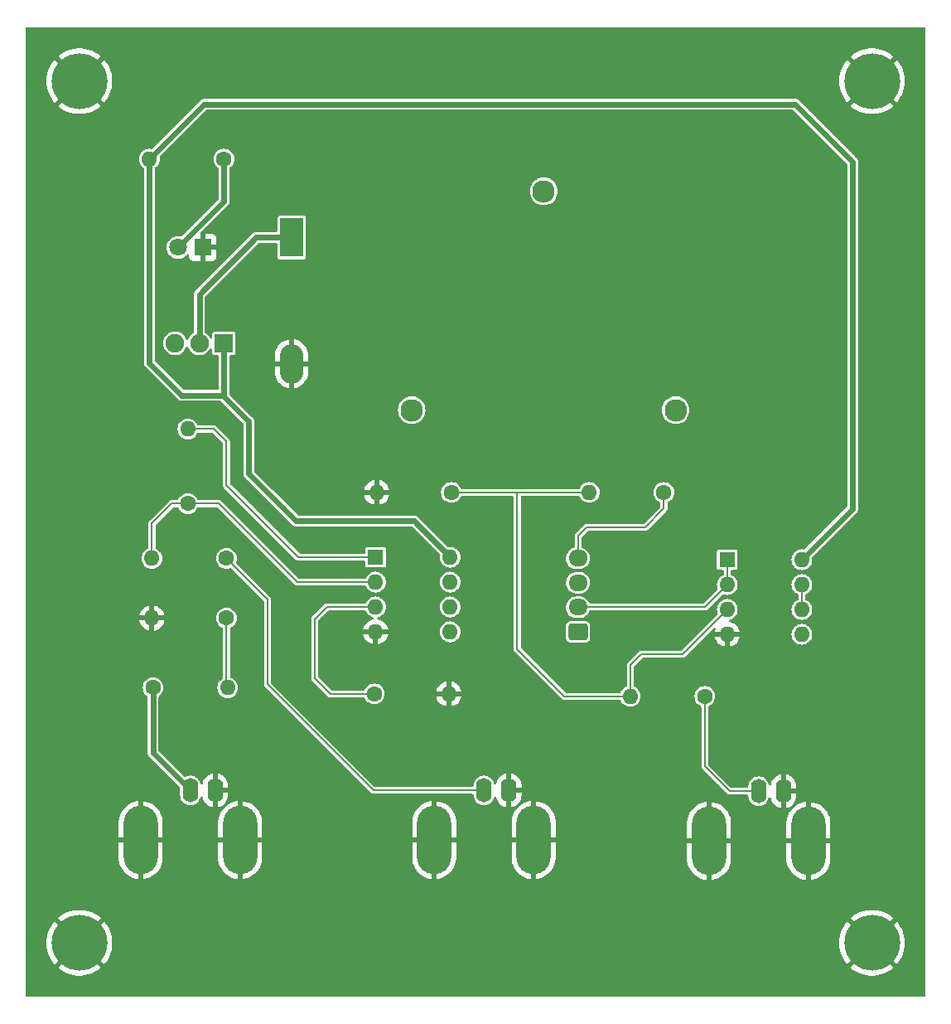
<source format=gtl>
%TF.GenerationSoftware,KiCad,Pcbnew,7.0.11-7.0.11~ubuntu22.04.1*%
%TF.CreationDate,2025-04-04T19:28:44+02:00*%
%TF.ProjectId,signal-conditioning-pcb,7369676e-616c-42d6-936f-6e646974696f,v01*%
%TF.SameCoordinates,Original*%
%TF.FileFunction,Copper,L1,Top*%
%TF.FilePolarity,Positive*%
%FSLAX46Y46*%
G04 Gerber Fmt 4.6, Leading zero omitted, Abs format (unit mm)*
G04 Created by KiCad (PCBNEW 7.0.11-7.0.11~ubuntu22.04.1) date 2025-04-04 19:28:44*
%MOMM*%
%LPD*%
G01*
G04 APERTURE LIST*
G04 Aperture macros list*
%AMRoundRect*
0 Rectangle with rounded corners*
0 $1 Rounding radius*
0 $2 $3 $4 $5 $6 $7 $8 $9 X,Y pos of 4 corners*
0 Add a 4 corners polygon primitive as box body*
4,1,4,$2,$3,$4,$5,$6,$7,$8,$9,$2,$3,0*
0 Add four circle primitives for the rounded corners*
1,1,$1+$1,$2,$3*
1,1,$1+$1,$4,$5*
1,1,$1+$1,$6,$7*
1,1,$1+$1,$8,$9*
0 Add four rect primitives between the rounded corners*
20,1,$1+$1,$2,$3,$4,$5,0*
20,1,$1+$1,$4,$5,$6,$7,0*
20,1,$1+$1,$6,$7,$8,$9,0*
20,1,$1+$1,$8,$9,$2,$3,0*%
G04 Aperture macros list end*
%TA.AperFunction,ComponentPad*%
%ADD10C,5.700000*%
%TD*%
%TA.AperFunction,WasherPad*%
%ADD11C,2.300000*%
%TD*%
%TA.AperFunction,ComponentPad*%
%ADD12R,2.410000X4.020000*%
%TD*%
%TA.AperFunction,ComponentPad*%
%ADD13O,2.410000X4.020000*%
%TD*%
%TA.AperFunction,ComponentPad*%
%ADD14O,1.600000X2.500000*%
%TD*%
%TA.AperFunction,ComponentPad*%
%ADD15O,3.500000X7.000000*%
%TD*%
%TA.AperFunction,ComponentPad*%
%ADD16C,1.600000*%
%TD*%
%TA.AperFunction,ComponentPad*%
%ADD17O,1.600000X1.600000*%
%TD*%
%TA.AperFunction,ComponentPad*%
%ADD18R,1.600000X1.600000*%
%TD*%
%TA.AperFunction,ComponentPad*%
%ADD19R,1.900000X1.900000*%
%TD*%
%TA.AperFunction,ComponentPad*%
%ADD20C,1.900000*%
%TD*%
%TA.AperFunction,ComponentPad*%
%ADD21R,1.800000X1.800000*%
%TD*%
%TA.AperFunction,ComponentPad*%
%ADD22C,1.800000*%
%TD*%
%TA.AperFunction,ComponentPad*%
%ADD23RoundRect,0.250000X0.725000X-0.600000X0.725000X0.600000X-0.725000X0.600000X-0.725000X-0.600000X0*%
%TD*%
%TA.AperFunction,ComponentPad*%
%ADD24O,1.950000X1.700000*%
%TD*%
%TA.AperFunction,Conductor*%
%ADD25C,0.600000*%
%TD*%
%TA.AperFunction,Conductor*%
%ADD26C,0.200000*%
%TD*%
G04 APERTURE END LIST*
D10*
%TO.P,Mount4,1*%
%TO.N,GND*%
X180400000Y-126000000D03*
%TD*%
%TO.P,Mount2,1*%
%TO.N,GND*%
X180400000Y-38000000D03*
%TD*%
%TO.P,Mount3,1*%
%TO.N,GND*%
X99400000Y-126000000D03*
%TD*%
%TO.P,Mount1,1*%
%TO.N,GND*%
X99400000Y-38000000D03*
%TD*%
D11*
%TO.P,BT1,*%
%TO.N,*%
X133370000Y-71600000D03*
X146860000Y-49250000D03*
X160340000Y-71600000D03*
D12*
%TO.P,BT1,1,+*%
%TO.N,Net-(BT1-+)*%
X121080000Y-53980000D03*
D13*
%TO.P,BT1,2,-*%
%TO.N,GND*%
X121080000Y-66860000D03*
%TD*%
D14*
%TO.P,J3,1,In*%
%TO.N,V_penin*%
X110744000Y-110434000D03*
D15*
%TO.P,J3,2,Ext*%
%TO.N,GND*%
X115824000Y-115514000D03*
D14*
X113284000Y-110434000D03*
D15*
X105664000Y-115514000D03*
%TD*%
D14*
%TO.P,J1,1,In*%
%TO.N,V_hin*%
X168824000Y-110514000D03*
D15*
%TO.P,J1,2,Ext*%
%TO.N,GND*%
X173904000Y-115594000D03*
D14*
X171364000Y-110514000D03*
D15*
X163744000Y-115594000D03*
%TD*%
D16*
%TO.P,R4,1*%
%TO.N,V_penin*%
X106934000Y-99949000D03*
D17*
%TO.P,R4,2*%
%TO.N,Net-(U1B-+)*%
X114554000Y-99949000D03*
%TD*%
D16*
%TO.P,R8,1*%
%TO.N,3V3*%
X159131000Y-80010000D03*
D17*
%TO.P,R8,2*%
%TO.N,Net-(U1A-+)*%
X151511000Y-80010000D03*
%TD*%
D18*
%TO.P,U1,1*%
%TO.N,V_hout*%
X165618000Y-86878000D03*
D17*
%TO.P,U1,2,-*%
X165618000Y-89418000D03*
%TO.P,U1,3,+*%
%TO.N,Net-(U1A-+)*%
X165618000Y-91958000D03*
%TO.P,U1,4,V-*%
%TO.N,GND*%
X165618000Y-94498000D03*
%TO.P,U1,5,+*%
%TO.N,Net-(U1B-+)*%
X173238000Y-94498000D03*
%TO.P,U1,6,-*%
%TO.N,V_penout*%
X173238000Y-91958000D03*
%TO.P,U1,7*%
X173238000Y-89418000D03*
%TO.P,U1,8,V+*%
%TO.N,+9V*%
X173238000Y-86878000D03*
%TD*%
D16*
%TO.P,R6,1*%
%TO.N,V_vin*%
X114427000Y-86741000D03*
D17*
%TO.P,R6,2*%
%TO.N,Net-(U2A--)*%
X106807000Y-86741000D03*
%TD*%
D18*
%TO.P,U2,1*%
%TO.N,V_vout*%
X129677000Y-86624000D03*
D17*
%TO.P,U2,2,-*%
%TO.N,Net-(U2A--)*%
X129677000Y-89164000D03*
%TO.P,U2,3,+*%
%TO.N,Net-(U2A-+)*%
X129677000Y-91704000D03*
%TO.P,U2,4,V-*%
%TO.N,GND*%
X129677000Y-94244000D03*
%TO.P,U2,5,+*%
%TO.N,unconnected-(U2B-+-Pad5)*%
X137297000Y-94244000D03*
%TO.P,U2,6,-*%
%TO.N,unconnected-(U2B---Pad6)*%
X137297000Y-91704000D03*
%TO.P,U2,7*%
%TO.N,unconnected-(U2-Pad7)*%
X137297000Y-89164000D03*
%TO.P,U2,8,V+*%
%TO.N,+9V*%
X137297000Y-86624000D03*
%TD*%
D16*
%TO.P,R2,1*%
%TO.N,Net-(U1A-+)*%
X137414000Y-80010000D03*
D17*
%TO.P,R2,2*%
%TO.N,GND*%
X129794000Y-80010000D03*
%TD*%
D19*
%TO.P,S1,1*%
%TO.N,+9V*%
X114163000Y-64770000D03*
D20*
%TO.P,S1,2*%
%TO.N,Net-(BT1-+)*%
X111663000Y-64770000D03*
%TO.P,S1,3*%
%TO.N,unconnected-(S1-Pad3)*%
X109163000Y-64770000D03*
%TD*%
D16*
%TO.P,R9,1*%
%TO.N,Net-(D1-A)*%
X114173000Y-45974000D03*
D17*
%TO.P,R9,2*%
%TO.N,+9V*%
X106553000Y-45974000D03*
%TD*%
D16*
%TO.P,R3,1*%
%TO.N,Net-(U2A--)*%
X110490000Y-81153000D03*
D17*
%TO.P,R3,2*%
%TO.N,V_vout*%
X110490000Y-73533000D03*
%TD*%
D16*
%TO.P,R5,1*%
%TO.N,Net-(U1B-+)*%
X114427000Y-92837000D03*
D17*
%TO.P,R5,2*%
%TO.N,GND*%
X106807000Y-92837000D03*
%TD*%
D16*
%TO.P,R1,1*%
%TO.N,V_hin*%
X163322000Y-100838000D03*
D17*
%TO.P,R1,2*%
%TO.N,Net-(U1A-+)*%
X155702000Y-100838000D03*
%TD*%
D16*
%TO.P,R7,1*%
%TO.N,Net-(U2A-+)*%
X129540000Y-100584000D03*
D17*
%TO.P,R7,2*%
%TO.N,GND*%
X137160000Y-100584000D03*
%TD*%
D21*
%TO.P,D1,1,K*%
%TO.N,GND*%
X112019000Y-54991000D03*
D22*
%TO.P,D1,2,A*%
%TO.N,Net-(D1-A)*%
X109479000Y-54991000D03*
%TD*%
D23*
%TO.P,J5,1,Pin_1*%
%TO.N,V_penout*%
X150368000Y-94234000D03*
D24*
%TO.P,J5,2,Pin_2*%
%TO.N,V_hout*%
X150368000Y-91734000D03*
%TO.P,J5,3,Pin_3*%
%TO.N,V_vout*%
X150368000Y-89234000D03*
%TO.P,J5,4,Pin_4*%
%TO.N,3V3*%
X150368000Y-86734000D03*
%TD*%
D14*
%TO.P,J2,1,In*%
%TO.N,V_vin*%
X140744000Y-110434000D03*
D15*
%TO.P,J2,2,Ext*%
%TO.N,GND*%
X145824000Y-115514000D03*
D14*
X143284000Y-110434000D03*
D15*
X135664000Y-115514000D03*
%TD*%
D25*
%TO.N,+9V*%
X178435000Y-46228000D02*
X172593000Y-40386000D01*
X178435000Y-81681000D02*
X178435000Y-46228000D01*
X111760000Y-70104000D02*
X109855000Y-70104000D01*
D26*
X106543000Y-45984000D02*
X106553000Y-45974000D01*
D25*
X172593000Y-40386000D02*
X112141000Y-40386000D01*
X109855000Y-70104000D02*
X106553000Y-66802000D01*
X133604000Y-82931000D02*
X121539000Y-82931000D01*
X112141000Y-40386000D02*
X106553000Y-45974000D01*
X137297000Y-86624000D02*
X133604000Y-82931000D01*
X116713000Y-78105000D02*
X116713000Y-72771000D01*
X116713000Y-72771000D02*
X114046000Y-70104000D01*
X106553000Y-66802000D02*
X106553000Y-45974000D01*
X114046000Y-70104000D02*
X114163000Y-69987000D01*
X114046000Y-70104000D02*
X111760000Y-70104000D01*
X173238000Y-86878000D02*
X178435000Y-81681000D01*
X114163000Y-69987000D02*
X114163000Y-64770000D01*
X121539000Y-82931000D02*
X116713000Y-78105000D01*
D26*
%TO.N,V_vout*%
X113157000Y-73533000D02*
X114427000Y-74803000D01*
X110490000Y-73533000D02*
X113157000Y-73533000D01*
X114427000Y-74803000D02*
X114427000Y-79248000D01*
X114427000Y-79248000D02*
X121803000Y-86624000D01*
X121803000Y-86624000D02*
X129677000Y-86624000D01*
D25*
%TO.N,Net-(D1-A)*%
X114173000Y-50297000D02*
X109479000Y-54991000D01*
X114173000Y-45974000D02*
X114173000Y-50297000D01*
D26*
%TO.N,V_hin*%
X163322000Y-107950000D02*
X165886000Y-110514000D01*
X165886000Y-110514000D02*
X168824000Y-110514000D01*
X163322000Y-100838000D02*
X163322000Y-107950000D01*
%TO.N,Net-(U1A-+)*%
X155702000Y-100838000D02*
X155702000Y-97663000D01*
X137414000Y-80010000D02*
X144145000Y-80010000D01*
X144145000Y-80010000D02*
X144145000Y-96012000D01*
X148971000Y-100838000D02*
X155702000Y-100838000D01*
X155702000Y-97663000D02*
X156845000Y-96520000D01*
X156845000Y-96520000D02*
X161056000Y-96520000D01*
X144653000Y-80010000D02*
X151511000Y-80010000D01*
X144145000Y-80010000D02*
X144653000Y-80010000D01*
X144145000Y-96012000D02*
X148971000Y-100838000D01*
X161056000Y-96520000D02*
X165618000Y-91958000D01*
%TO.N,Net-(U2A--)*%
X106807000Y-83185000D02*
X108839000Y-81153000D01*
X121676000Y-89164000D02*
X129677000Y-89164000D01*
X106807000Y-86741000D02*
X106807000Y-83185000D01*
X108839000Y-81153000D02*
X110490000Y-81153000D01*
X110490000Y-81153000D02*
X113665000Y-81153000D01*
X113665000Y-81153000D02*
X121676000Y-89164000D01*
D25*
%TO.N,V_penin*%
X106934000Y-99949000D02*
X106934000Y-106624000D01*
X106934000Y-106624000D02*
X110744000Y-110434000D01*
D26*
%TO.N,Net-(U1B-+)*%
X114427000Y-92837000D02*
X114427000Y-99822000D01*
X114427000Y-99822000D02*
X114554000Y-99949000D01*
%TO.N,V_vin*%
X129484000Y-110434000D02*
X140744000Y-110434000D01*
X118618000Y-90932000D02*
X118618000Y-99568000D01*
X118618000Y-99568000D02*
X129484000Y-110434000D01*
X114427000Y-86741000D02*
X118618000Y-90932000D01*
%TO.N,Net-(U2A-+)*%
X124724000Y-91704000D02*
X129677000Y-91704000D01*
X129540000Y-91567000D02*
X129677000Y-91704000D01*
X125031500Y-100584000D02*
X123444000Y-98996500D01*
X124714000Y-91694000D02*
X124724000Y-91704000D01*
X123444000Y-92964000D02*
X124714000Y-91694000D01*
X123444000Y-98996500D02*
X123444000Y-92964000D01*
X129540000Y-100584000D02*
X125031500Y-100584000D01*
%TO.N,3V3*%
X150368000Y-84455000D02*
X150368000Y-86734000D01*
X150368000Y-84455000D02*
X151257000Y-83566000D01*
X157226000Y-83566000D02*
X159131000Y-81661000D01*
X151257000Y-83566000D02*
X157226000Y-83566000D01*
X159131000Y-81661000D02*
X159131000Y-80010000D01*
%TO.N,V_hout*%
X165618000Y-86878000D02*
X165618000Y-89418000D01*
X163342000Y-91694000D02*
X165618000Y-89418000D01*
X150368000Y-91694000D02*
X163342000Y-91694000D01*
%TO.N,V_penout*%
X173238000Y-89418000D02*
X173238000Y-91958000D01*
D25*
%TO.N,Net-(BT1-+)*%
X117470000Y-53980000D02*
X111663000Y-59787000D01*
X111663000Y-59787000D02*
X111663000Y-64770000D01*
X121080000Y-53980000D02*
X117470000Y-53980000D01*
%TD*%
%TA.AperFunction,Conductor*%
%TO.N,GND*%
G36*
X185842539Y-32520185D02*
G01*
X185888294Y-32572989D01*
X185899500Y-32624500D01*
X185899500Y-131375500D01*
X185879815Y-131442539D01*
X185827011Y-131488294D01*
X185775500Y-131499500D01*
X94024500Y-131499500D01*
X93957461Y-131479815D01*
X93911706Y-131427011D01*
X93900500Y-131375500D01*
X93900500Y-126000002D01*
X96045080Y-126000002D01*
X96064746Y-126362728D01*
X96123517Y-126721214D01*
X96123519Y-126721222D01*
X96220695Y-127071220D01*
X96220697Y-127071227D01*
X96355152Y-127408684D01*
X96355161Y-127408702D01*
X96525316Y-127729647D01*
X96525318Y-127729651D01*
X96729170Y-128030309D01*
X96729177Y-128030319D01*
X96860969Y-128185475D01*
X96860970Y-128185475D01*
X98102266Y-126944180D01*
X98265130Y-127134870D01*
X98455818Y-127297732D01*
X97211888Y-128541662D01*
X97211888Y-128541664D01*
X97228070Y-128556992D01*
X97228071Y-128556993D01*
X97517266Y-128776832D01*
X97517282Y-128776843D01*
X97828522Y-128964109D01*
X97828535Y-128964116D01*
X98158205Y-129116639D01*
X98158210Y-129116640D01*
X98502461Y-129232632D01*
X98857235Y-129310724D01*
X99218366Y-129349999D01*
X99218374Y-129350000D01*
X99581626Y-129350000D01*
X99581633Y-129349999D01*
X99942764Y-129310724D01*
X100297538Y-129232632D01*
X100641789Y-129116640D01*
X100641794Y-129116639D01*
X100971464Y-128964116D01*
X100971477Y-128964109D01*
X101282717Y-128776843D01*
X101282733Y-128776832D01*
X101571929Y-128556992D01*
X101588110Y-128541664D01*
X101588110Y-128541663D01*
X100344180Y-127297733D01*
X100534870Y-127134870D01*
X100697733Y-126944180D01*
X101939028Y-128185475D01*
X101939029Y-128185475D01*
X102070827Y-128030311D01*
X102070838Y-128030297D01*
X102274681Y-127729651D01*
X102274683Y-127729647D01*
X102444838Y-127408702D01*
X102444847Y-127408684D01*
X102579302Y-127071227D01*
X102579304Y-127071220D01*
X102676480Y-126721222D01*
X102676482Y-126721214D01*
X102735253Y-126362728D01*
X102754920Y-126000002D01*
X177045080Y-126000002D01*
X177064746Y-126362728D01*
X177123517Y-126721214D01*
X177123519Y-126721222D01*
X177220695Y-127071220D01*
X177220697Y-127071227D01*
X177355152Y-127408684D01*
X177355161Y-127408702D01*
X177525316Y-127729647D01*
X177525318Y-127729651D01*
X177729170Y-128030309D01*
X177729177Y-128030319D01*
X177860969Y-128185475D01*
X177860970Y-128185475D01*
X179102266Y-126944180D01*
X179265130Y-127134870D01*
X179455818Y-127297732D01*
X178211888Y-128541662D01*
X178211888Y-128541664D01*
X178228070Y-128556992D01*
X178228071Y-128556993D01*
X178517266Y-128776832D01*
X178517282Y-128776843D01*
X178828522Y-128964109D01*
X178828535Y-128964116D01*
X179158205Y-129116639D01*
X179158210Y-129116640D01*
X179502461Y-129232632D01*
X179857235Y-129310724D01*
X180218366Y-129349999D01*
X180218374Y-129350000D01*
X180581626Y-129350000D01*
X180581633Y-129349999D01*
X180942764Y-129310724D01*
X181297538Y-129232632D01*
X181641789Y-129116640D01*
X181641794Y-129116639D01*
X181971464Y-128964116D01*
X181971477Y-128964109D01*
X182282717Y-128776843D01*
X182282733Y-128776832D01*
X182571929Y-128556992D01*
X182588110Y-128541664D01*
X182588110Y-128541663D01*
X181344180Y-127297733D01*
X181534870Y-127134870D01*
X181697733Y-126944180D01*
X182939028Y-128185475D01*
X182939029Y-128185475D01*
X183070827Y-128030311D01*
X183070838Y-128030297D01*
X183274681Y-127729651D01*
X183274683Y-127729647D01*
X183444838Y-127408702D01*
X183444847Y-127408684D01*
X183579302Y-127071227D01*
X183579304Y-127071220D01*
X183676480Y-126721222D01*
X183676482Y-126721214D01*
X183735253Y-126362728D01*
X183754920Y-126000002D01*
X183754920Y-125999997D01*
X183735253Y-125637271D01*
X183676482Y-125278785D01*
X183676480Y-125278777D01*
X183579304Y-124928779D01*
X183579302Y-124928772D01*
X183444847Y-124591315D01*
X183444838Y-124591297D01*
X183274683Y-124270352D01*
X183274681Y-124270348D01*
X183070829Y-123969690D01*
X183070822Y-123969680D01*
X182939029Y-123814523D01*
X182939028Y-123814523D01*
X181697732Y-125055818D01*
X181534870Y-124865130D01*
X181344180Y-124702266D01*
X182588110Y-123458336D01*
X182588110Y-123458334D01*
X182571929Y-123443007D01*
X182571928Y-123443006D01*
X182282733Y-123223167D01*
X182282717Y-123223156D01*
X181971477Y-123035890D01*
X181971464Y-123035883D01*
X181641794Y-122883360D01*
X181641789Y-122883359D01*
X181297538Y-122767367D01*
X180942764Y-122689275D01*
X180581633Y-122650000D01*
X180218366Y-122650000D01*
X179857235Y-122689275D01*
X179502461Y-122767367D01*
X179158210Y-122883359D01*
X179158205Y-122883360D01*
X178828535Y-123035883D01*
X178828522Y-123035890D01*
X178517282Y-123223156D01*
X178517266Y-123223167D01*
X178228075Y-123443002D01*
X178211888Y-123458335D01*
X178211887Y-123458335D01*
X179455819Y-124702266D01*
X179265130Y-124865130D01*
X179102266Y-125055818D01*
X177860970Y-123814522D01*
X177860969Y-123814523D01*
X177729177Y-123969680D01*
X177729170Y-123969690D01*
X177525318Y-124270348D01*
X177525316Y-124270352D01*
X177355161Y-124591297D01*
X177355152Y-124591315D01*
X177220697Y-124928772D01*
X177220695Y-124928779D01*
X177123519Y-125278777D01*
X177123517Y-125278785D01*
X177064746Y-125637271D01*
X177045080Y-125999997D01*
X177045080Y-126000002D01*
X102754920Y-126000002D01*
X102754920Y-125999997D01*
X102735253Y-125637271D01*
X102676482Y-125278785D01*
X102676480Y-125278777D01*
X102579304Y-124928779D01*
X102579302Y-124928772D01*
X102444847Y-124591315D01*
X102444838Y-124591297D01*
X102274683Y-124270352D01*
X102274681Y-124270348D01*
X102070829Y-123969690D01*
X102070822Y-123969680D01*
X101939029Y-123814523D01*
X101939028Y-123814523D01*
X100697732Y-125055818D01*
X100534870Y-124865130D01*
X100344180Y-124702266D01*
X101588110Y-123458336D01*
X101588110Y-123458334D01*
X101571929Y-123443007D01*
X101571928Y-123443006D01*
X101282733Y-123223167D01*
X101282717Y-123223156D01*
X100971477Y-123035890D01*
X100971464Y-123035883D01*
X100641794Y-122883360D01*
X100641789Y-122883359D01*
X100297538Y-122767367D01*
X99942764Y-122689275D01*
X99581633Y-122650000D01*
X99218366Y-122650000D01*
X98857235Y-122689275D01*
X98502461Y-122767367D01*
X98158210Y-122883359D01*
X98158205Y-122883360D01*
X97828535Y-123035883D01*
X97828522Y-123035890D01*
X97517282Y-123223156D01*
X97517266Y-123223167D01*
X97228075Y-123443002D01*
X97211888Y-123458335D01*
X97211887Y-123458335D01*
X98455819Y-124702266D01*
X98265130Y-124865130D01*
X98102266Y-125055818D01*
X96860970Y-123814522D01*
X96860969Y-123814523D01*
X96729177Y-123969680D01*
X96729170Y-123969690D01*
X96525318Y-124270348D01*
X96525316Y-124270352D01*
X96355161Y-124591297D01*
X96355152Y-124591315D01*
X96220697Y-124928772D01*
X96220695Y-124928779D01*
X96123519Y-125278777D01*
X96123517Y-125278785D01*
X96064746Y-125637271D01*
X96045080Y-125999997D01*
X96045080Y-126000002D01*
X93900500Y-126000002D01*
X93900500Y-117339236D01*
X103414000Y-117339236D01*
X103429084Y-117564564D01*
X103429086Y-117564573D01*
X103489083Y-117859758D01*
X103489087Y-117859773D01*
X103587901Y-118144343D01*
X103587903Y-118144346D01*
X103723759Y-118413198D01*
X103894254Y-118661564D01*
X104096314Y-118884971D01*
X104326361Y-119079464D01*
X104580271Y-119241554D01*
X104580273Y-119241555D01*
X104853514Y-119368351D01*
X104853528Y-119368356D01*
X105141234Y-119457605D01*
X105414000Y-119503614D01*
X105414000Y-116488625D01*
X105561801Y-116519000D01*
X105714967Y-116519000D01*
X105867348Y-116503504D01*
X105914000Y-116488867D01*
X105914000Y-119500207D01*
X106039076Y-119487624D01*
X106039079Y-119487623D01*
X106332107Y-119417791D01*
X106332116Y-119417789D01*
X106613216Y-119309525D01*
X106613231Y-119309518D01*
X106877395Y-119164751D01*
X106877401Y-119164747D01*
X107119911Y-118986064D01*
X107336451Y-118776644D01*
X107336457Y-118776637D01*
X107523145Y-118540231D01*
X107676657Y-118281051D01*
X107676666Y-118281033D01*
X107794260Y-118003716D01*
X107794265Y-118003699D01*
X107873848Y-117713173D01*
X107914000Y-117414616D01*
X107914000Y-117339236D01*
X113574000Y-117339236D01*
X113589084Y-117564564D01*
X113589086Y-117564573D01*
X113649083Y-117859758D01*
X113649087Y-117859773D01*
X113747901Y-118144343D01*
X113747903Y-118144346D01*
X113883759Y-118413198D01*
X114054254Y-118661564D01*
X114256314Y-118884971D01*
X114486361Y-119079464D01*
X114740271Y-119241554D01*
X114740273Y-119241555D01*
X115013514Y-119368351D01*
X115013528Y-119368356D01*
X115301234Y-119457605D01*
X115574000Y-119503614D01*
X115574000Y-116488625D01*
X115721801Y-116519000D01*
X115874967Y-116519000D01*
X116027348Y-116503504D01*
X116074000Y-116488867D01*
X116074000Y-119500207D01*
X116199076Y-119487624D01*
X116199079Y-119487623D01*
X116492107Y-119417791D01*
X116492116Y-119417789D01*
X116773216Y-119309525D01*
X116773231Y-119309518D01*
X117037395Y-119164751D01*
X117037401Y-119164747D01*
X117279911Y-118986064D01*
X117496451Y-118776644D01*
X117496457Y-118776637D01*
X117683145Y-118540231D01*
X117836657Y-118281051D01*
X117836666Y-118281033D01*
X117954260Y-118003716D01*
X117954265Y-118003699D01*
X118033848Y-117713173D01*
X118074000Y-117414616D01*
X118074000Y-117339236D01*
X133414000Y-117339236D01*
X133429084Y-117564564D01*
X133429086Y-117564573D01*
X133489083Y-117859758D01*
X133489087Y-117859773D01*
X133587901Y-118144343D01*
X133587903Y-118144346D01*
X133723759Y-118413198D01*
X133894254Y-118661564D01*
X134096314Y-118884971D01*
X134326361Y-119079464D01*
X134580271Y-119241554D01*
X134580273Y-119241555D01*
X134853514Y-119368351D01*
X134853528Y-119368356D01*
X135141234Y-119457605D01*
X135414000Y-119503614D01*
X135414000Y-116488625D01*
X135561801Y-116519000D01*
X135714967Y-116519000D01*
X135867348Y-116503504D01*
X135914000Y-116488867D01*
X135914000Y-119500207D01*
X136039076Y-119487624D01*
X136039079Y-119487623D01*
X136332107Y-119417791D01*
X136332116Y-119417789D01*
X136613216Y-119309525D01*
X136613231Y-119309518D01*
X136877395Y-119164751D01*
X136877401Y-119164747D01*
X137119911Y-118986064D01*
X137336451Y-118776644D01*
X137336457Y-118776637D01*
X137523145Y-118540231D01*
X137676657Y-118281051D01*
X137676666Y-118281033D01*
X137794260Y-118003716D01*
X137794265Y-118003699D01*
X137873848Y-117713173D01*
X137914000Y-117414616D01*
X137914000Y-117339236D01*
X143574000Y-117339236D01*
X143589084Y-117564564D01*
X143589086Y-117564573D01*
X143649083Y-117859758D01*
X143649087Y-117859773D01*
X143747901Y-118144343D01*
X143747903Y-118144346D01*
X143883759Y-118413198D01*
X144054254Y-118661564D01*
X144256314Y-118884971D01*
X144486361Y-119079464D01*
X144740271Y-119241554D01*
X144740273Y-119241555D01*
X145013514Y-119368351D01*
X145013528Y-119368356D01*
X145301234Y-119457605D01*
X145574000Y-119503614D01*
X145574000Y-116488625D01*
X145721801Y-116519000D01*
X145874967Y-116519000D01*
X146027348Y-116503504D01*
X146074000Y-116488867D01*
X146074000Y-119500207D01*
X146199076Y-119487624D01*
X146199079Y-119487623D01*
X146492107Y-119417791D01*
X146492116Y-119417789D01*
X146773216Y-119309525D01*
X146773231Y-119309518D01*
X147037395Y-119164751D01*
X147037401Y-119164747D01*
X147279911Y-118986064D01*
X147496451Y-118776644D01*
X147496457Y-118776637D01*
X147683145Y-118540231D01*
X147836657Y-118281051D01*
X147836666Y-118281033D01*
X147954260Y-118003716D01*
X147954265Y-118003699D01*
X148033848Y-117713173D01*
X148073379Y-117419236D01*
X161494000Y-117419236D01*
X161509084Y-117644564D01*
X161509086Y-117644573D01*
X161569083Y-117939758D01*
X161569087Y-117939773D01*
X161667901Y-118224343D01*
X161667903Y-118224346D01*
X161803759Y-118493198D01*
X161974254Y-118741564D01*
X162176314Y-118964971D01*
X162406361Y-119159464D01*
X162660271Y-119321554D01*
X162660273Y-119321555D01*
X162933514Y-119448351D01*
X162933528Y-119448356D01*
X163221234Y-119537605D01*
X163494000Y-119583614D01*
X163494000Y-116568625D01*
X163641801Y-116599000D01*
X163794967Y-116599000D01*
X163947348Y-116583504D01*
X163994000Y-116568867D01*
X163994000Y-119580207D01*
X164119076Y-119567624D01*
X164119079Y-119567623D01*
X164412107Y-119497791D01*
X164412116Y-119497789D01*
X164693216Y-119389525D01*
X164693231Y-119389518D01*
X164957395Y-119244751D01*
X164957401Y-119244747D01*
X165199911Y-119066064D01*
X165416451Y-118856644D01*
X165416457Y-118856637D01*
X165603145Y-118620231D01*
X165756657Y-118361051D01*
X165756666Y-118361033D01*
X165874260Y-118083716D01*
X165874265Y-118083699D01*
X165953848Y-117793173D01*
X165994000Y-117494616D01*
X165994000Y-117419236D01*
X171654000Y-117419236D01*
X171669084Y-117644564D01*
X171669086Y-117644573D01*
X171729083Y-117939758D01*
X171729087Y-117939773D01*
X171827901Y-118224343D01*
X171827903Y-118224346D01*
X171963759Y-118493198D01*
X172134254Y-118741564D01*
X172336314Y-118964971D01*
X172566361Y-119159464D01*
X172820271Y-119321554D01*
X172820273Y-119321555D01*
X173093514Y-119448351D01*
X173093528Y-119448356D01*
X173381234Y-119537605D01*
X173654000Y-119583614D01*
X173654000Y-116568625D01*
X173801801Y-116599000D01*
X173954967Y-116599000D01*
X174107348Y-116583504D01*
X174154000Y-116568867D01*
X174154000Y-119580207D01*
X174279076Y-119567624D01*
X174279079Y-119567623D01*
X174572107Y-119497791D01*
X174572116Y-119497789D01*
X174853216Y-119389525D01*
X174853231Y-119389518D01*
X175117395Y-119244751D01*
X175117401Y-119244747D01*
X175359911Y-119066064D01*
X175576451Y-118856644D01*
X175576457Y-118856637D01*
X175763145Y-118620231D01*
X175916657Y-118361051D01*
X175916666Y-118361033D01*
X176034260Y-118083716D01*
X176034265Y-118083699D01*
X176113848Y-117793173D01*
X176154000Y-117494616D01*
X176154000Y-115844000D01*
X174877411Y-115844000D01*
X174902534Y-115746970D01*
X174912886Y-115542835D01*
X174882426Y-115344000D01*
X176154000Y-115344000D01*
X176154000Y-113768763D01*
X176138915Y-113543435D01*
X176138913Y-113543426D01*
X176078916Y-113248241D01*
X176078912Y-113248226D01*
X175980098Y-112963656D01*
X175980096Y-112963653D01*
X175844240Y-112694801D01*
X175673745Y-112446435D01*
X175471685Y-112223028D01*
X175241638Y-112028535D01*
X174987728Y-111866445D01*
X174987726Y-111866444D01*
X174714485Y-111739648D01*
X174714471Y-111739643D01*
X174426765Y-111650394D01*
X174154000Y-111604384D01*
X174154000Y-114619374D01*
X174006199Y-114589000D01*
X173853033Y-114589000D01*
X173700652Y-114604496D01*
X173654000Y-114619132D01*
X173654000Y-111607792D01*
X173528922Y-111620375D01*
X173528920Y-111620376D01*
X173235892Y-111690208D01*
X173235883Y-111690210D01*
X172954783Y-111798474D01*
X172954768Y-111798481D01*
X172690604Y-111943248D01*
X172690598Y-111943252D01*
X172448088Y-112121935D01*
X172231548Y-112331355D01*
X172231542Y-112331362D01*
X172044854Y-112567768D01*
X171891342Y-112826948D01*
X171891333Y-112826966D01*
X171773739Y-113104283D01*
X171773734Y-113104300D01*
X171694151Y-113394826D01*
X171654000Y-113693383D01*
X171654000Y-115344000D01*
X172930589Y-115344000D01*
X172905466Y-115441030D01*
X172895114Y-115645165D01*
X172925574Y-115844000D01*
X171654000Y-115844000D01*
X171654000Y-117419236D01*
X165994000Y-117419236D01*
X165994000Y-115844000D01*
X164717411Y-115844000D01*
X164742534Y-115746970D01*
X164752886Y-115542835D01*
X164722426Y-115344000D01*
X165994000Y-115344000D01*
X165994000Y-113768763D01*
X165978915Y-113543435D01*
X165978913Y-113543426D01*
X165918916Y-113248241D01*
X165918912Y-113248226D01*
X165820098Y-112963656D01*
X165820096Y-112963653D01*
X165684240Y-112694801D01*
X165513745Y-112446435D01*
X165311685Y-112223028D01*
X165081638Y-112028535D01*
X164827728Y-111866445D01*
X164827726Y-111866444D01*
X164554485Y-111739648D01*
X164554471Y-111739643D01*
X164266765Y-111650394D01*
X163994000Y-111604384D01*
X163994000Y-114619374D01*
X163846199Y-114589000D01*
X163693033Y-114589000D01*
X163540652Y-114604496D01*
X163494000Y-114619132D01*
X163494000Y-111607792D01*
X163368922Y-111620375D01*
X163368920Y-111620376D01*
X163075892Y-111690208D01*
X163075883Y-111690210D01*
X162794783Y-111798474D01*
X162794768Y-111798481D01*
X162530604Y-111943248D01*
X162530598Y-111943252D01*
X162288088Y-112121935D01*
X162071548Y-112331355D01*
X162071542Y-112331362D01*
X161884854Y-112567768D01*
X161731342Y-112826948D01*
X161731333Y-112826966D01*
X161613739Y-113104283D01*
X161613734Y-113104300D01*
X161534151Y-113394826D01*
X161494000Y-113693383D01*
X161494000Y-115344000D01*
X162770589Y-115344000D01*
X162745466Y-115441030D01*
X162735114Y-115645165D01*
X162765574Y-115844000D01*
X161494000Y-115844000D01*
X161494000Y-117419236D01*
X148073379Y-117419236D01*
X148074000Y-117414616D01*
X148074000Y-115764000D01*
X146797411Y-115764000D01*
X146822534Y-115666970D01*
X146832886Y-115462835D01*
X146802426Y-115264000D01*
X148074000Y-115264000D01*
X148074000Y-113688763D01*
X148058915Y-113463435D01*
X148058913Y-113463426D01*
X147998916Y-113168241D01*
X147998912Y-113168226D01*
X147900098Y-112883656D01*
X147900096Y-112883653D01*
X147764240Y-112614801D01*
X147593745Y-112366435D01*
X147391685Y-112143028D01*
X147161638Y-111948535D01*
X146907728Y-111786445D01*
X146907726Y-111786444D01*
X146634485Y-111659648D01*
X146634471Y-111659643D01*
X146346765Y-111570394D01*
X146074000Y-111524384D01*
X146074000Y-114539374D01*
X145926199Y-114509000D01*
X145773033Y-114509000D01*
X145620652Y-114524496D01*
X145574000Y-114539132D01*
X145574000Y-111527792D01*
X145448922Y-111540375D01*
X145448920Y-111540376D01*
X145155892Y-111610208D01*
X145155883Y-111610210D01*
X144874783Y-111718474D01*
X144874768Y-111718481D01*
X144610604Y-111863248D01*
X144610598Y-111863252D01*
X144368088Y-112041935D01*
X144151548Y-112251355D01*
X144151542Y-112251362D01*
X143964854Y-112487768D01*
X143811342Y-112746948D01*
X143811333Y-112746966D01*
X143693739Y-113024283D01*
X143693734Y-113024300D01*
X143614151Y-113314826D01*
X143574000Y-113613383D01*
X143574000Y-115264000D01*
X144850589Y-115264000D01*
X144825466Y-115361030D01*
X144815114Y-115565165D01*
X144845574Y-115764000D01*
X143574000Y-115764000D01*
X143574000Y-117339236D01*
X137914000Y-117339236D01*
X137914000Y-115764000D01*
X136637411Y-115764000D01*
X136662534Y-115666970D01*
X136672886Y-115462835D01*
X136642426Y-115264000D01*
X137914000Y-115264000D01*
X137914000Y-113688763D01*
X137898915Y-113463435D01*
X137898913Y-113463426D01*
X137838916Y-113168241D01*
X137838912Y-113168226D01*
X137740098Y-112883656D01*
X137740096Y-112883653D01*
X137604240Y-112614801D01*
X137433745Y-112366435D01*
X137231685Y-112143028D01*
X137001638Y-111948535D01*
X136747728Y-111786445D01*
X136747726Y-111786444D01*
X136474485Y-111659648D01*
X136474471Y-111659643D01*
X136186765Y-111570394D01*
X135914000Y-111524384D01*
X135914000Y-114539374D01*
X135766199Y-114509000D01*
X135613033Y-114509000D01*
X135460652Y-114524496D01*
X135414000Y-114539132D01*
X135414000Y-111527792D01*
X135288922Y-111540375D01*
X135288920Y-111540376D01*
X134995892Y-111610208D01*
X134995883Y-111610210D01*
X134714783Y-111718474D01*
X134714768Y-111718481D01*
X134450604Y-111863248D01*
X134450598Y-111863252D01*
X134208088Y-112041935D01*
X133991548Y-112251355D01*
X133991542Y-112251362D01*
X133804854Y-112487768D01*
X133651342Y-112746948D01*
X133651333Y-112746966D01*
X133533739Y-113024283D01*
X133533734Y-113024300D01*
X133454151Y-113314826D01*
X133414000Y-113613383D01*
X133414000Y-115264000D01*
X134690589Y-115264000D01*
X134665466Y-115361030D01*
X134655114Y-115565165D01*
X134685574Y-115764000D01*
X133414000Y-115764000D01*
X133414000Y-117339236D01*
X118074000Y-117339236D01*
X118074000Y-115764000D01*
X116797411Y-115764000D01*
X116822534Y-115666970D01*
X116832886Y-115462835D01*
X116802426Y-115264000D01*
X118074000Y-115264000D01*
X118074000Y-113688763D01*
X118058915Y-113463435D01*
X118058913Y-113463426D01*
X117998916Y-113168241D01*
X117998912Y-113168226D01*
X117900098Y-112883656D01*
X117900096Y-112883653D01*
X117764240Y-112614801D01*
X117593745Y-112366435D01*
X117391685Y-112143028D01*
X117161638Y-111948535D01*
X116907728Y-111786445D01*
X116907726Y-111786444D01*
X116634485Y-111659648D01*
X116634471Y-111659643D01*
X116346765Y-111570394D01*
X116074000Y-111524384D01*
X116074000Y-114539374D01*
X115926199Y-114509000D01*
X115773033Y-114509000D01*
X115620652Y-114524496D01*
X115574000Y-114539132D01*
X115574000Y-111527792D01*
X115448922Y-111540375D01*
X115448920Y-111540376D01*
X115155892Y-111610208D01*
X115155883Y-111610210D01*
X114874783Y-111718474D01*
X114874768Y-111718481D01*
X114610604Y-111863248D01*
X114610598Y-111863252D01*
X114368088Y-112041935D01*
X114151548Y-112251355D01*
X114151542Y-112251362D01*
X113964854Y-112487768D01*
X113811342Y-112746948D01*
X113811333Y-112746966D01*
X113693739Y-113024283D01*
X113693734Y-113024300D01*
X113614151Y-113314826D01*
X113574000Y-113613383D01*
X113574000Y-115264000D01*
X114850589Y-115264000D01*
X114825466Y-115361030D01*
X114815114Y-115565165D01*
X114845574Y-115764000D01*
X113574000Y-115764000D01*
X113574000Y-117339236D01*
X107914000Y-117339236D01*
X107914000Y-115764000D01*
X106637411Y-115764000D01*
X106662534Y-115666970D01*
X106672886Y-115462835D01*
X106642426Y-115264000D01*
X107914000Y-115264000D01*
X107914000Y-113688763D01*
X107898915Y-113463435D01*
X107898913Y-113463426D01*
X107838916Y-113168241D01*
X107838912Y-113168226D01*
X107740098Y-112883656D01*
X107740096Y-112883653D01*
X107604240Y-112614801D01*
X107433745Y-112366435D01*
X107231685Y-112143028D01*
X107001638Y-111948535D01*
X106747728Y-111786445D01*
X106747726Y-111786444D01*
X106474485Y-111659648D01*
X106474471Y-111659643D01*
X106186765Y-111570394D01*
X105914000Y-111524384D01*
X105914000Y-114539374D01*
X105766199Y-114509000D01*
X105613033Y-114509000D01*
X105460652Y-114524496D01*
X105414000Y-114539132D01*
X105414000Y-111527792D01*
X105288922Y-111540375D01*
X105288920Y-111540376D01*
X104995892Y-111610208D01*
X104995883Y-111610210D01*
X104714783Y-111718474D01*
X104714768Y-111718481D01*
X104450604Y-111863248D01*
X104450598Y-111863252D01*
X104208088Y-112041935D01*
X103991548Y-112251355D01*
X103991542Y-112251362D01*
X103804854Y-112487768D01*
X103651342Y-112746948D01*
X103651333Y-112746966D01*
X103533739Y-113024283D01*
X103533734Y-113024300D01*
X103454151Y-113314826D01*
X103414000Y-113613383D01*
X103414000Y-115264000D01*
X104690589Y-115264000D01*
X104665466Y-115361030D01*
X104655114Y-115565165D01*
X104685574Y-115764000D01*
X103414000Y-115764000D01*
X103414000Y-117339236D01*
X93900500Y-117339236D01*
X93900500Y-99949000D01*
X105874398Y-99949000D01*
X105894757Y-100155716D01*
X105955056Y-100354496D01*
X106052969Y-100537677D01*
X106052974Y-100537684D01*
X106184747Y-100698251D01*
X106334164Y-100820874D01*
X106373499Y-100878620D01*
X106379500Y-100916728D01*
X106379500Y-106612409D01*
X106379428Y-106616642D01*
X106377221Y-106681241D01*
X106387032Y-106721501D01*
X106389402Y-106733971D01*
X106395043Y-106775008D01*
X106402273Y-106791654D01*
X106409011Y-106811690D01*
X106413311Y-106829332D01*
X106413312Y-106829335D01*
X106433614Y-106865443D01*
X106439261Y-106876812D01*
X106455769Y-106914817D01*
X106455772Y-106914821D01*
X106467227Y-106928902D01*
X106479121Y-106946377D01*
X106488017Y-106962197D01*
X106488021Y-106962203D01*
X106517309Y-106991490D01*
X106525817Y-107000917D01*
X106551963Y-107033055D01*
X106551966Y-107033058D01*
X106566795Y-107043525D01*
X106582966Y-107057147D01*
X109653181Y-110127362D01*
X109686666Y-110188685D01*
X109689500Y-110215043D01*
X109689500Y-110935797D01*
X109704757Y-111090716D01*
X109765056Y-111289496D01*
X109862969Y-111472677D01*
X109862974Y-111472684D01*
X109994747Y-111633252D01*
X110092229Y-111713252D01*
X110155317Y-111765027D01*
X110155320Y-111765028D01*
X110155322Y-111765030D01*
X110338503Y-111862943D01*
X110338505Y-111862943D01*
X110338508Y-111862945D01*
X110537282Y-111923242D01*
X110744000Y-111943602D01*
X110950718Y-111923242D01*
X111149492Y-111862945D01*
X111183009Y-111845030D01*
X111222768Y-111823777D01*
X111332683Y-111765027D01*
X111493252Y-111633252D01*
X111625027Y-111472683D01*
X111722945Y-111289492D01*
X111768852Y-111138155D01*
X111807149Y-111079718D01*
X111870961Y-111051262D01*
X111940028Y-111061822D01*
X111992421Y-111108046D01*
X112007287Y-111142058D01*
X112057731Y-111330320D01*
X112057734Y-111330326D01*
X112153865Y-111536482D01*
X112284342Y-111722820D01*
X112445179Y-111883657D01*
X112631517Y-112014134D01*
X112837673Y-112110265D01*
X112837682Y-112110269D01*
X113033999Y-112162872D01*
X113034000Y-112162871D01*
X113034000Y-110802137D01*
X113088741Y-110839459D01*
X113216927Y-110879000D01*
X113317346Y-110879000D01*
X113416647Y-110864033D01*
X113534000Y-110807518D01*
X113534000Y-112162872D01*
X113730317Y-112110269D01*
X113730326Y-112110265D01*
X113936482Y-112014134D01*
X114122820Y-111883657D01*
X114283657Y-111722820D01*
X114414134Y-111536482D01*
X114510265Y-111330326D01*
X114510269Y-111330317D01*
X114569139Y-111110610D01*
X114569141Y-111110599D01*
X114583999Y-110940766D01*
X114584000Y-110940764D01*
X114584000Y-110684000D01*
X113653503Y-110684000D01*
X113702917Y-110598413D01*
X113732768Y-110467630D01*
X113722743Y-110333860D01*
X113673734Y-110208987D01*
X113653807Y-110184000D01*
X114584000Y-110184000D01*
X114584000Y-109927236D01*
X114583999Y-109927233D01*
X114569141Y-109757400D01*
X114569139Y-109757389D01*
X114510269Y-109537682D01*
X114510265Y-109537673D01*
X114414134Y-109331517D01*
X114283657Y-109145179D01*
X114122820Y-108984342D01*
X113936482Y-108853865D01*
X113730328Y-108757734D01*
X113534000Y-108705127D01*
X113534000Y-110065862D01*
X113479259Y-110028541D01*
X113351073Y-109989000D01*
X113250654Y-109989000D01*
X113151353Y-110003967D01*
X113034000Y-110060481D01*
X113034000Y-108705127D01*
X112837671Y-108757734D01*
X112631517Y-108853865D01*
X112445179Y-108984342D01*
X112284342Y-109145179D01*
X112153865Y-109331517D01*
X112057734Y-109537673D01*
X112057731Y-109537679D01*
X112007287Y-109725941D01*
X111970922Y-109785601D01*
X111908075Y-109816130D01*
X111838699Y-109807835D01*
X111784821Y-109763350D01*
X111768851Y-109729842D01*
X111767668Y-109725941D01*
X111722945Y-109578508D01*
X111722943Y-109578505D01*
X111722943Y-109578503D01*
X111625030Y-109395322D01*
X111625028Y-109395320D01*
X111625027Y-109395317D01*
X111558905Y-109314747D01*
X111493252Y-109234747D01*
X111332684Y-109102974D01*
X111332677Y-109102969D01*
X111149496Y-109005056D01*
X110950716Y-108944757D01*
X110744000Y-108924398D01*
X110537283Y-108944757D01*
X110338505Y-109005056D01*
X110263687Y-109045048D01*
X110195284Y-109059290D01*
X110130040Y-109034290D01*
X110117552Y-109023371D01*
X107524819Y-106430638D01*
X107491334Y-106369315D01*
X107488500Y-106342957D01*
X107488500Y-100916728D01*
X107508185Y-100849689D01*
X107533836Y-100820874D01*
X107570581Y-100790718D01*
X107683252Y-100698252D01*
X107815027Y-100537683D01*
X107900763Y-100377283D01*
X107912943Y-100354496D01*
X107912943Y-100354495D01*
X107912945Y-100354492D01*
X107973242Y-100155718D01*
X107993602Y-99949000D01*
X107973242Y-99742282D01*
X107912945Y-99543508D01*
X107912943Y-99543505D01*
X107912943Y-99543503D01*
X107815030Y-99360322D01*
X107815028Y-99360320D01*
X107815027Y-99360317D01*
X107726420Y-99252348D01*
X107683252Y-99199747D01*
X107522684Y-99067974D01*
X107522677Y-99067969D01*
X107339496Y-98970056D01*
X107140716Y-98909757D01*
X106934000Y-98889398D01*
X106727283Y-98909757D01*
X106528503Y-98970056D01*
X106345322Y-99067969D01*
X106345315Y-99067974D01*
X106184747Y-99199747D01*
X106052974Y-99360315D01*
X106052969Y-99360322D01*
X105955056Y-99543503D01*
X105894757Y-99742283D01*
X105874398Y-99949000D01*
X93900500Y-99949000D01*
X93900500Y-92586999D01*
X105528127Y-92586999D01*
X105528128Y-92587000D01*
X106491314Y-92587000D01*
X106479359Y-92598955D01*
X106421835Y-92711852D01*
X106402014Y-92837000D01*
X106421835Y-92962148D01*
X106479359Y-93075045D01*
X106491314Y-93087000D01*
X105528128Y-93087000D01*
X105580730Y-93283317D01*
X105580734Y-93283326D01*
X105676865Y-93489482D01*
X105807342Y-93675820D01*
X105968179Y-93836657D01*
X106154517Y-93967134D01*
X106360673Y-94063265D01*
X106360682Y-94063269D01*
X106556999Y-94115872D01*
X106557000Y-94115871D01*
X106557000Y-93152686D01*
X106568955Y-93164641D01*
X106681852Y-93222165D01*
X106775519Y-93237000D01*
X106838481Y-93237000D01*
X106932148Y-93222165D01*
X107045045Y-93164641D01*
X107057000Y-93152686D01*
X107057000Y-94115872D01*
X107253317Y-94063269D01*
X107253326Y-94063265D01*
X107459482Y-93967134D01*
X107645820Y-93836657D01*
X107806657Y-93675820D01*
X107937134Y-93489482D01*
X108033265Y-93283326D01*
X108033269Y-93283317D01*
X108085872Y-93087000D01*
X107122686Y-93087000D01*
X107134641Y-93075045D01*
X107192165Y-92962148D01*
X107211986Y-92837000D01*
X113367398Y-92837000D01*
X113387757Y-93043716D01*
X113448056Y-93242496D01*
X113545969Y-93425677D01*
X113545974Y-93425684D01*
X113677747Y-93586252D01*
X113761902Y-93655315D01*
X113838317Y-93718027D01*
X113838320Y-93718028D01*
X113838322Y-93718030D01*
X113951372Y-93778456D01*
X113987340Y-93797682D01*
X114006953Y-93808165D01*
X114056797Y-93857127D01*
X114072500Y-93917523D01*
X114072500Y-98936359D01*
X114052815Y-99003398D01*
X114006955Y-99045716D01*
X113965315Y-99067973D01*
X113804747Y-99199747D01*
X113672974Y-99360315D01*
X113672969Y-99360322D01*
X113575056Y-99543503D01*
X113514757Y-99742283D01*
X113494398Y-99949000D01*
X113514757Y-100155716D01*
X113575056Y-100354496D01*
X113672969Y-100537677D01*
X113672974Y-100537684D01*
X113804747Y-100698252D01*
X113916483Y-100789950D01*
X113965317Y-100830027D01*
X113965320Y-100830028D01*
X113965322Y-100830030D01*
X114148503Y-100927943D01*
X114148505Y-100927943D01*
X114148508Y-100927945D01*
X114347282Y-100988242D01*
X114554000Y-101008602D01*
X114760718Y-100988242D01*
X114959492Y-100927945D01*
X114980478Y-100916728D01*
X115113739Y-100845498D01*
X115142683Y-100830027D01*
X115303252Y-100698252D01*
X115435027Y-100537683D01*
X115520763Y-100377283D01*
X115532943Y-100354496D01*
X115532943Y-100354495D01*
X115532945Y-100354492D01*
X115593242Y-100155718D01*
X115613602Y-99949000D01*
X115593242Y-99742282D01*
X115532945Y-99543508D01*
X115532943Y-99543505D01*
X115532943Y-99543503D01*
X115435030Y-99360322D01*
X115435028Y-99360320D01*
X115435027Y-99360317D01*
X115346420Y-99252348D01*
X115303252Y-99199747D01*
X115142684Y-99067974D01*
X115142677Y-99067969D01*
X114959497Y-98970057D01*
X114959494Y-98970056D01*
X114959492Y-98970055D01*
X114869502Y-98942757D01*
X114811066Y-98904460D01*
X114782609Y-98840648D01*
X114781500Y-98824097D01*
X114781500Y-93917523D01*
X114801185Y-93850484D01*
X114847047Y-93808165D01*
X115015683Y-93718027D01*
X115176252Y-93586252D01*
X115308027Y-93425683D01*
X115405945Y-93242492D01*
X115466242Y-93043718D01*
X115486602Y-92837000D01*
X115466242Y-92630282D01*
X115405945Y-92431508D01*
X115405943Y-92431505D01*
X115405943Y-92431503D01*
X115308030Y-92248322D01*
X115308028Y-92248320D01*
X115308027Y-92248317D01*
X115255668Y-92184517D01*
X115176252Y-92087747D01*
X115015684Y-91955974D01*
X115015677Y-91955969D01*
X114832496Y-91858056D01*
X114633716Y-91797757D01*
X114427000Y-91777398D01*
X114220283Y-91797757D01*
X114021503Y-91858056D01*
X113838322Y-91955969D01*
X113838315Y-91955974D01*
X113677747Y-92087747D01*
X113545974Y-92248315D01*
X113545969Y-92248322D01*
X113448056Y-92431503D01*
X113387757Y-92630283D01*
X113367398Y-92837000D01*
X107211986Y-92837000D01*
X107192165Y-92711852D01*
X107134641Y-92598955D01*
X107122686Y-92587000D01*
X108085872Y-92587000D01*
X108085872Y-92586999D01*
X108033269Y-92390682D01*
X108033265Y-92390673D01*
X107937134Y-92184517D01*
X107806657Y-91998179D01*
X107645820Y-91837342D01*
X107459482Y-91706865D01*
X107253328Y-91610734D01*
X107057000Y-91558127D01*
X107057000Y-92521314D01*
X107045045Y-92509359D01*
X106932148Y-92451835D01*
X106838481Y-92437000D01*
X106775519Y-92437000D01*
X106681852Y-92451835D01*
X106568955Y-92509359D01*
X106557000Y-92521314D01*
X106557000Y-91558127D01*
X106360671Y-91610734D01*
X106154517Y-91706865D01*
X105968179Y-91837342D01*
X105807342Y-91998179D01*
X105676865Y-92184517D01*
X105580734Y-92390673D01*
X105580730Y-92390682D01*
X105528127Y-92586999D01*
X93900500Y-92586999D01*
X93900500Y-86741000D01*
X105747398Y-86741000D01*
X105767757Y-86947716D01*
X105828056Y-87146496D01*
X105925969Y-87329677D01*
X105925974Y-87329684D01*
X106057747Y-87490252D01*
X106114713Y-87537002D01*
X106218317Y-87622027D01*
X106218320Y-87622028D01*
X106218322Y-87622030D01*
X106401503Y-87719943D01*
X106401505Y-87719943D01*
X106401508Y-87719945D01*
X106600282Y-87780242D01*
X106807000Y-87800602D01*
X107013718Y-87780242D01*
X107212492Y-87719945D01*
X107244069Y-87703067D01*
X107318575Y-87663242D01*
X107395683Y-87622027D01*
X107556252Y-87490252D01*
X107688027Y-87329683D01*
X107785945Y-87146492D01*
X107846242Y-86947718D01*
X107866602Y-86741000D01*
X113367398Y-86741000D01*
X113387757Y-86947716D01*
X113448056Y-87146496D01*
X113545969Y-87329677D01*
X113545974Y-87329684D01*
X113677747Y-87490252D01*
X113734713Y-87537002D01*
X113838317Y-87622027D01*
X113838320Y-87622028D01*
X113838322Y-87622030D01*
X114021503Y-87719943D01*
X114021505Y-87719943D01*
X114021508Y-87719945D01*
X114220282Y-87780242D01*
X114427000Y-87800602D01*
X114633718Y-87780242D01*
X114816701Y-87724734D01*
X114886565Y-87724111D01*
X114940375Y-87755714D01*
X118227181Y-91042520D01*
X118260666Y-91103843D01*
X118263500Y-91130201D01*
X118263500Y-99518373D01*
X118260861Y-99543817D01*
X118258905Y-99553145D01*
X118258905Y-99553148D01*
X118262548Y-99582373D01*
X118263418Y-99596394D01*
X118263499Y-99597377D01*
X118266703Y-99616577D01*
X118267441Y-99621643D01*
X118273538Y-99670551D01*
X118275652Y-99677653D01*
X118278071Y-99684698D01*
X118301516Y-99728022D01*
X118303860Y-99732575D01*
X118325500Y-99776838D01*
X118329827Y-99782899D01*
X118334379Y-99788747D01*
X118370633Y-99822121D01*
X118374331Y-99825670D01*
X129198235Y-110649573D01*
X129214360Y-110669429D01*
X129219576Y-110677412D01*
X129219579Y-110677416D01*
X129219583Y-110677419D01*
X129242824Y-110695509D01*
X129253334Y-110704790D01*
X129254103Y-110705441D01*
X129269965Y-110716767D01*
X129274074Y-110719831D01*
X129298719Y-110739013D01*
X129312944Y-110750085D01*
X129312948Y-110750086D01*
X129319490Y-110753626D01*
X129326149Y-110756882D01*
X129326152Y-110756884D01*
X129373421Y-110770956D01*
X129378193Y-110772484D01*
X129424844Y-110788500D01*
X129424849Y-110788500D01*
X129432184Y-110789724D01*
X129439542Y-110790641D01*
X129439545Y-110790642D01*
X129439547Y-110790641D01*
X129439548Y-110790642D01*
X129476040Y-110789132D01*
X129488774Y-110788605D01*
X129493897Y-110788500D01*
X139565500Y-110788500D01*
X139632539Y-110808185D01*
X139678294Y-110860989D01*
X139689500Y-110912500D01*
X139689500Y-110935797D01*
X139704757Y-111090716D01*
X139765056Y-111289496D01*
X139862969Y-111472677D01*
X139862974Y-111472684D01*
X139994747Y-111633252D01*
X140092229Y-111713252D01*
X140155317Y-111765027D01*
X140155320Y-111765028D01*
X140155322Y-111765030D01*
X140338503Y-111862943D01*
X140338505Y-111862943D01*
X140338508Y-111862945D01*
X140537282Y-111923242D01*
X140744000Y-111943602D01*
X140950718Y-111923242D01*
X141149492Y-111862945D01*
X141183009Y-111845030D01*
X141222768Y-111823777D01*
X141332683Y-111765027D01*
X141493252Y-111633252D01*
X141625027Y-111472683D01*
X141722945Y-111289492D01*
X141768852Y-111138155D01*
X141807149Y-111079718D01*
X141870961Y-111051262D01*
X141940028Y-111061822D01*
X141992421Y-111108046D01*
X142007287Y-111142058D01*
X142057731Y-111330320D01*
X142057734Y-111330326D01*
X142153865Y-111536482D01*
X142284342Y-111722820D01*
X142445179Y-111883657D01*
X142631517Y-112014134D01*
X142837673Y-112110265D01*
X142837682Y-112110269D01*
X143033999Y-112162872D01*
X143034000Y-112162871D01*
X143034000Y-110802137D01*
X143088741Y-110839459D01*
X143216927Y-110879000D01*
X143317346Y-110879000D01*
X143416647Y-110864033D01*
X143534000Y-110807518D01*
X143534000Y-112162872D01*
X143730317Y-112110269D01*
X143730326Y-112110265D01*
X143936482Y-112014134D01*
X144122820Y-111883657D01*
X144283657Y-111722820D01*
X144414134Y-111536482D01*
X144510265Y-111330326D01*
X144510269Y-111330317D01*
X144569139Y-111110610D01*
X144569141Y-111110599D01*
X144583999Y-110940766D01*
X144584000Y-110940764D01*
X144584000Y-110684000D01*
X143653503Y-110684000D01*
X143702917Y-110598413D01*
X143732768Y-110467630D01*
X143722743Y-110333860D01*
X143673734Y-110208987D01*
X143653807Y-110184000D01*
X144584000Y-110184000D01*
X144584000Y-109927236D01*
X144583999Y-109927233D01*
X144569141Y-109757400D01*
X144569139Y-109757389D01*
X144510269Y-109537682D01*
X144510265Y-109537673D01*
X144414134Y-109331517D01*
X144283657Y-109145179D01*
X144122820Y-108984342D01*
X143936482Y-108853865D01*
X143730328Y-108757734D01*
X143534000Y-108705127D01*
X143534000Y-110065862D01*
X143479259Y-110028541D01*
X143351073Y-109989000D01*
X143250654Y-109989000D01*
X143151353Y-110003967D01*
X143034000Y-110060481D01*
X143034000Y-108705127D01*
X142837671Y-108757734D01*
X142631517Y-108853865D01*
X142445179Y-108984342D01*
X142284342Y-109145179D01*
X142153865Y-109331517D01*
X142057734Y-109537673D01*
X142057731Y-109537679D01*
X142007287Y-109725941D01*
X141970922Y-109785601D01*
X141908075Y-109816130D01*
X141838699Y-109807835D01*
X141784821Y-109763350D01*
X141768851Y-109729842D01*
X141767668Y-109725941D01*
X141722945Y-109578508D01*
X141722943Y-109578505D01*
X141722943Y-109578503D01*
X141625030Y-109395322D01*
X141625028Y-109395320D01*
X141625027Y-109395317D01*
X141558905Y-109314747D01*
X141493252Y-109234747D01*
X141332684Y-109102974D01*
X141332677Y-109102969D01*
X141149496Y-109005056D01*
X140950716Y-108944757D01*
X140744000Y-108924398D01*
X140537283Y-108944757D01*
X140338503Y-109005056D01*
X140155322Y-109102969D01*
X140155315Y-109102974D01*
X139994747Y-109234747D01*
X139862974Y-109395315D01*
X139862969Y-109395322D01*
X139765056Y-109578503D01*
X139704757Y-109777283D01*
X139696059Y-109865601D01*
X139693053Y-109896130D01*
X139689500Y-109932202D01*
X139689500Y-109955500D01*
X139669815Y-110022539D01*
X139617011Y-110068294D01*
X139565500Y-110079500D01*
X129682200Y-110079500D01*
X129615161Y-110059815D01*
X129594519Y-110043181D01*
X119008819Y-99457480D01*
X118975334Y-99396157D01*
X118972500Y-99369799D01*
X118972500Y-98981648D01*
X123084905Y-98981648D01*
X123088548Y-99010873D01*
X123089418Y-99024894D01*
X123089499Y-99025877D01*
X123092703Y-99045077D01*
X123093441Y-99050143D01*
X123099538Y-99099051D01*
X123101652Y-99106153D01*
X123104071Y-99113198D01*
X123127516Y-99156522D01*
X123129860Y-99161075D01*
X123151500Y-99205338D01*
X123155827Y-99211399D01*
X123160379Y-99217247D01*
X123196633Y-99250621D01*
X123200331Y-99254170D01*
X124745737Y-100799576D01*
X124761862Y-100819432D01*
X124767076Y-100827412D01*
X124767079Y-100827416D01*
X124790321Y-100845506D01*
X124800841Y-100854798D01*
X124801601Y-100855441D01*
X124817462Y-100866766D01*
X124821568Y-100869828D01*
X124860442Y-100900084D01*
X124866976Y-100903620D01*
X124873654Y-100906885D01*
X124920888Y-100920947D01*
X124925743Y-100922502D01*
X124972344Y-100938500D01*
X124972346Y-100938500D01*
X124979667Y-100939722D01*
X124987041Y-100940641D01*
X124987044Y-100940642D01*
X124987046Y-100940641D01*
X124987047Y-100940642D01*
X125028736Y-100938917D01*
X125036263Y-100938605D01*
X125041388Y-100938500D01*
X128459476Y-100938500D01*
X128526515Y-100958185D01*
X128568834Y-101004047D01*
X128658968Y-101172677D01*
X128658974Y-101172684D01*
X128790747Y-101333252D01*
X128899887Y-101422820D01*
X128951317Y-101465027D01*
X128951320Y-101465028D01*
X128951322Y-101465030D01*
X129134503Y-101562943D01*
X129134505Y-101562943D01*
X129134508Y-101562945D01*
X129333282Y-101623242D01*
X129540000Y-101643602D01*
X129746718Y-101623242D01*
X129945492Y-101562945D01*
X130128683Y-101465027D01*
X130289252Y-101333252D01*
X130421027Y-101172683D01*
X130497124Y-101030317D01*
X130518943Y-100989496D01*
X130518943Y-100989495D01*
X130518945Y-100989492D01*
X130579242Y-100790718D01*
X130599602Y-100584000D01*
X130579242Y-100377282D01*
X130566112Y-100333999D01*
X135881127Y-100333999D01*
X135881128Y-100334000D01*
X136844314Y-100334000D01*
X136832359Y-100345955D01*
X136774835Y-100458852D01*
X136755014Y-100584000D01*
X136774835Y-100709148D01*
X136832359Y-100822045D01*
X136844314Y-100834000D01*
X135881128Y-100834000D01*
X135933730Y-101030317D01*
X135933734Y-101030326D01*
X136029865Y-101236482D01*
X136160342Y-101422820D01*
X136321179Y-101583657D01*
X136507517Y-101714134D01*
X136713673Y-101810265D01*
X136713682Y-101810269D01*
X136909999Y-101862872D01*
X136910000Y-101862871D01*
X136910000Y-100899686D01*
X136921955Y-100911641D01*
X137034852Y-100969165D01*
X137128519Y-100984000D01*
X137191481Y-100984000D01*
X137285148Y-100969165D01*
X137398045Y-100911641D01*
X137410000Y-100899686D01*
X137410000Y-101862872D01*
X137606317Y-101810269D01*
X137606326Y-101810265D01*
X137812482Y-101714134D01*
X137998820Y-101583657D01*
X138159657Y-101422820D01*
X138290134Y-101236482D01*
X138386265Y-101030326D01*
X138386269Y-101030317D01*
X138438872Y-100834000D01*
X137475686Y-100834000D01*
X137487641Y-100822045D01*
X137545165Y-100709148D01*
X137564986Y-100584000D01*
X137545165Y-100458852D01*
X137487641Y-100345955D01*
X137475686Y-100334000D01*
X138438872Y-100334000D01*
X138438872Y-100333999D01*
X138386269Y-100137682D01*
X138386265Y-100137673D01*
X138290134Y-99931517D01*
X138159657Y-99745179D01*
X137998820Y-99584342D01*
X137812482Y-99453865D01*
X137606328Y-99357734D01*
X137410000Y-99305127D01*
X137410000Y-100268314D01*
X137398045Y-100256359D01*
X137285148Y-100198835D01*
X137191481Y-100184000D01*
X137128519Y-100184000D01*
X137034852Y-100198835D01*
X136921955Y-100256359D01*
X136910000Y-100268314D01*
X136910000Y-99305127D01*
X136713671Y-99357734D01*
X136507517Y-99453865D01*
X136321179Y-99584342D01*
X136160342Y-99745179D01*
X136029865Y-99931517D01*
X135933734Y-100137673D01*
X135933730Y-100137682D01*
X135881127Y-100333999D01*
X130566112Y-100333999D01*
X130518945Y-100178508D01*
X130518943Y-100178505D01*
X130518943Y-100178503D01*
X130421030Y-99995322D01*
X130421028Y-99995320D01*
X130421027Y-99995317D01*
X130368668Y-99931517D01*
X130289252Y-99834747D01*
X130128684Y-99702974D01*
X130128677Y-99702969D01*
X129945496Y-99605056D01*
X129746716Y-99544757D01*
X129540000Y-99524398D01*
X129333283Y-99544757D01*
X129134503Y-99605056D01*
X128951322Y-99702969D01*
X128951315Y-99702974D01*
X128790747Y-99834747D01*
X128658974Y-99995315D01*
X128658968Y-99995322D01*
X128568834Y-100163953D01*
X128519872Y-100213798D01*
X128459476Y-100229500D01*
X125229701Y-100229500D01*
X125162662Y-100209815D01*
X125142020Y-100193181D01*
X123834819Y-98885980D01*
X123801334Y-98824657D01*
X123798500Y-98798299D01*
X123798500Y-93162201D01*
X123818185Y-93095162D01*
X123834819Y-93074520D01*
X124814520Y-92094819D01*
X124875843Y-92061334D01*
X124902201Y-92058500D01*
X128596476Y-92058500D01*
X128663515Y-92078185D01*
X128705834Y-92124047D01*
X128795968Y-92292677D01*
X128795974Y-92292684D01*
X128927747Y-92453252D01*
X129029793Y-92536998D01*
X129088317Y-92585027D01*
X129088320Y-92585028D01*
X129088322Y-92585030D01*
X129271503Y-92682943D01*
X129271505Y-92682943D01*
X129271508Y-92682945D01*
X129422842Y-92728851D01*
X129481281Y-92767149D01*
X129509737Y-92830961D01*
X129499177Y-92900028D01*
X129452953Y-92952422D01*
X129418941Y-92967287D01*
X129230679Y-93017731D01*
X129230673Y-93017734D01*
X129024517Y-93113865D01*
X128838179Y-93244342D01*
X128677342Y-93405179D01*
X128546865Y-93591517D01*
X128450734Y-93797673D01*
X128450730Y-93797682D01*
X128398127Y-93993999D01*
X128398128Y-93994000D01*
X129361314Y-93994000D01*
X129349359Y-94005955D01*
X129291835Y-94118852D01*
X129272014Y-94244000D01*
X129291835Y-94369148D01*
X129349359Y-94482045D01*
X129361314Y-94494000D01*
X128398128Y-94494000D01*
X128450730Y-94690317D01*
X128450734Y-94690326D01*
X128546865Y-94896482D01*
X128677342Y-95082820D01*
X128838179Y-95243657D01*
X129024517Y-95374134D01*
X129230673Y-95470265D01*
X129230682Y-95470269D01*
X129426999Y-95522872D01*
X129427000Y-95522871D01*
X129427000Y-94559686D01*
X129438955Y-94571641D01*
X129551852Y-94629165D01*
X129645519Y-94644000D01*
X129708481Y-94644000D01*
X129802148Y-94629165D01*
X129915045Y-94571641D01*
X129927000Y-94559686D01*
X129927000Y-95522872D01*
X130123317Y-95470269D01*
X130123326Y-95470265D01*
X130329482Y-95374134D01*
X130515820Y-95243657D01*
X130676657Y-95082820D01*
X130807134Y-94896482D01*
X130903265Y-94690326D01*
X130903269Y-94690317D01*
X130955872Y-94494000D01*
X129992686Y-94494000D01*
X130004641Y-94482045D01*
X130062165Y-94369148D01*
X130081986Y-94244000D01*
X136237398Y-94244000D01*
X136257757Y-94450716D01*
X136318056Y-94649496D01*
X136415969Y-94832677D01*
X136415974Y-94832684D01*
X136547747Y-94993252D01*
X136651342Y-95078269D01*
X136708317Y-95125027D01*
X136708320Y-95125028D01*
X136708322Y-95125030D01*
X136891503Y-95222943D01*
X136891505Y-95222943D01*
X136891508Y-95222945D01*
X137090282Y-95283242D01*
X137297000Y-95303602D01*
X137503718Y-95283242D01*
X137702492Y-95222945D01*
X137885683Y-95125027D01*
X138046252Y-94993252D01*
X138178027Y-94832683D01*
X138275945Y-94649492D01*
X138336242Y-94450718D01*
X138356602Y-94244000D01*
X138336242Y-94037282D01*
X138275945Y-93838508D01*
X138275943Y-93838505D01*
X138275943Y-93838503D01*
X138178030Y-93655322D01*
X138178028Y-93655320D01*
X138178027Y-93655317D01*
X138121347Y-93586252D01*
X138046252Y-93494747D01*
X137885684Y-93362974D01*
X137885677Y-93362969D01*
X137702496Y-93265056D01*
X137503716Y-93204757D01*
X137297000Y-93184398D01*
X137090283Y-93204757D01*
X136891503Y-93265056D01*
X136708322Y-93362969D01*
X136708315Y-93362974D01*
X136547747Y-93494747D01*
X136415974Y-93655315D01*
X136415969Y-93655322D01*
X136318056Y-93838503D01*
X136257757Y-94037283D01*
X136237398Y-94244000D01*
X130081986Y-94244000D01*
X130062165Y-94118852D01*
X130004641Y-94005955D01*
X129992686Y-93994000D01*
X130955872Y-93994000D01*
X130955872Y-93993999D01*
X130903269Y-93797682D01*
X130903265Y-93797673D01*
X130807134Y-93591517D01*
X130676657Y-93405179D01*
X130515820Y-93244342D01*
X130329482Y-93113865D01*
X130123326Y-93017734D01*
X130123320Y-93017731D01*
X129935058Y-92967287D01*
X129875398Y-92930922D01*
X129844869Y-92868075D01*
X129853164Y-92798699D01*
X129897649Y-92744822D01*
X129931153Y-92728852D01*
X130082492Y-92682945D01*
X130091297Y-92678239D01*
X130226180Y-92606142D01*
X130265683Y-92585027D01*
X130426252Y-92453252D01*
X130558027Y-92292683D01*
X130655945Y-92109492D01*
X130716242Y-91910718D01*
X130736602Y-91704000D01*
X136237398Y-91704000D01*
X136257757Y-91910716D01*
X136318056Y-92109496D01*
X136415969Y-92292677D01*
X136415974Y-92292684D01*
X136547747Y-92453252D01*
X136649793Y-92536998D01*
X136708317Y-92585027D01*
X136708320Y-92585028D01*
X136708322Y-92585030D01*
X136891503Y-92682943D01*
X136891505Y-92682943D01*
X136891508Y-92682945D01*
X137090282Y-92743242D01*
X137297000Y-92763602D01*
X137503718Y-92743242D01*
X137702492Y-92682945D01*
X137711297Y-92678239D01*
X137846180Y-92606142D01*
X137885683Y-92585027D01*
X138046252Y-92453252D01*
X138178027Y-92292683D01*
X138275945Y-92109492D01*
X138336242Y-91910718D01*
X138356602Y-91704000D01*
X138336242Y-91497282D01*
X138275945Y-91298508D01*
X138275943Y-91298505D01*
X138275943Y-91298503D01*
X138178030Y-91115322D01*
X138178028Y-91115320D01*
X138178027Y-91115317D01*
X138089479Y-91007420D01*
X138046252Y-90954747D01*
X137893574Y-90829449D01*
X137885683Y-90822973D01*
X137885681Y-90822972D01*
X137885677Y-90822969D01*
X137702496Y-90725056D01*
X137503716Y-90664757D01*
X137297000Y-90644398D01*
X137090283Y-90664757D01*
X136891503Y-90725056D01*
X136708322Y-90822969D01*
X136708315Y-90822974D01*
X136547747Y-90954747D01*
X136415974Y-91115315D01*
X136415969Y-91115322D01*
X136318056Y-91298503D01*
X136257757Y-91497283D01*
X136237398Y-91704000D01*
X130736602Y-91704000D01*
X130716242Y-91497282D01*
X130655945Y-91298508D01*
X130655943Y-91298505D01*
X130655943Y-91298503D01*
X130558030Y-91115322D01*
X130558028Y-91115320D01*
X130558027Y-91115317D01*
X130469479Y-91007420D01*
X130426252Y-90954747D01*
X130273574Y-90829449D01*
X130265683Y-90822973D01*
X130265681Y-90822972D01*
X130265677Y-90822969D01*
X130082496Y-90725056D01*
X129883716Y-90664757D01*
X129677000Y-90644398D01*
X129470283Y-90664757D01*
X129271503Y-90725056D01*
X129088322Y-90822969D01*
X129088315Y-90822974D01*
X128927747Y-90954747D01*
X128795974Y-91115315D01*
X128795968Y-91115322D01*
X128705834Y-91283953D01*
X128656872Y-91333798D01*
X128596476Y-91349500D01*
X124817307Y-91349500D01*
X124781925Y-91344345D01*
X124758456Y-91337357D01*
X124757014Y-91337178D01*
X124730284Y-91334963D01*
X124728854Y-91334904D01*
X124689780Y-91339775D01*
X124679570Y-91340620D01*
X124640245Y-91342248D01*
X124638780Y-91342555D01*
X124612821Y-91349130D01*
X124611451Y-91349537D01*
X124576078Y-91366831D01*
X124566695Y-91370946D01*
X124530033Y-91385252D01*
X124528790Y-91385992D01*
X124506309Y-91400681D01*
X124505155Y-91401504D01*
X124477311Y-91429347D01*
X124469779Y-91436281D01*
X124439749Y-91461716D01*
X124438799Y-91462838D01*
X124421157Y-91485502D01*
X123228420Y-92678239D01*
X123208568Y-92694362D01*
X123200585Y-92699578D01*
X123200584Y-92699578D01*
X123200584Y-92699579D01*
X123182488Y-92722827D01*
X123173204Y-92733340D01*
X123172554Y-92734107D01*
X123161233Y-92749962D01*
X123158178Y-92754059D01*
X123127914Y-92792943D01*
X123124362Y-92799507D01*
X123121118Y-92806144D01*
X123107055Y-92853377D01*
X123105494Y-92858250D01*
X123089498Y-92904847D01*
X123088278Y-92912156D01*
X123087357Y-92919545D01*
X123089394Y-92968760D01*
X123089500Y-92973886D01*
X123089500Y-98946873D01*
X123086861Y-98972317D01*
X123084905Y-98981645D01*
X123084905Y-98981648D01*
X118972500Y-98981648D01*
X118972500Y-90981627D01*
X118975139Y-90956181D01*
X118977095Y-90946853D01*
X118973452Y-90917625D01*
X118972584Y-90903641D01*
X118972500Y-90902631D01*
X118972500Y-90902623D01*
X118969292Y-90883399D01*
X118968553Y-90878326D01*
X118966500Y-90861855D01*
X118962461Y-90829449D01*
X118962459Y-90829446D01*
X118960343Y-90822336D01*
X118957928Y-90815300D01*
X118934473Y-90771958D01*
X118932127Y-90767401D01*
X118922552Y-90747816D01*
X118910499Y-90723160D01*
X118910498Y-90723159D01*
X118910496Y-90723154D01*
X118906202Y-90717139D01*
X118901616Y-90711247D01*
X118865365Y-90677876D01*
X118861667Y-90674328D01*
X115441714Y-87254375D01*
X115408229Y-87193052D01*
X115410734Y-87130701D01*
X115466242Y-86947718D01*
X115486602Y-86741000D01*
X115466242Y-86534282D01*
X115405945Y-86335508D01*
X115405943Y-86335505D01*
X115405943Y-86335503D01*
X115308030Y-86152322D01*
X115308028Y-86152320D01*
X115308027Y-86152317D01*
X115257224Y-86090413D01*
X115176252Y-85991747D01*
X115033685Y-85874747D01*
X115015683Y-85859973D01*
X115015681Y-85859972D01*
X115015677Y-85859969D01*
X114832496Y-85762056D01*
X114633716Y-85701757D01*
X114427000Y-85681398D01*
X114220283Y-85701757D01*
X114021503Y-85762056D01*
X113838322Y-85859969D01*
X113838315Y-85859974D01*
X113677747Y-85991747D01*
X113545974Y-86152315D01*
X113545969Y-86152322D01*
X113448056Y-86335503D01*
X113387757Y-86534283D01*
X113367398Y-86741000D01*
X107866602Y-86741000D01*
X107846242Y-86534282D01*
X107785945Y-86335508D01*
X107785943Y-86335505D01*
X107785943Y-86335503D01*
X107688030Y-86152322D01*
X107688028Y-86152320D01*
X107688027Y-86152317D01*
X107637224Y-86090413D01*
X107556252Y-85991747D01*
X107413685Y-85874747D01*
X107395683Y-85859973D01*
X107395682Y-85859972D01*
X107395677Y-85859968D01*
X107227047Y-85769834D01*
X107177202Y-85720872D01*
X107161500Y-85660476D01*
X107161500Y-83383201D01*
X107181185Y-83316162D01*
X107197819Y-83295520D01*
X108949520Y-81543819D01*
X109010843Y-81510334D01*
X109037201Y-81507500D01*
X109409476Y-81507500D01*
X109476515Y-81527185D01*
X109518834Y-81573047D01*
X109608968Y-81741677D01*
X109608974Y-81741684D01*
X109740747Y-81902252D01*
X109845636Y-81988331D01*
X109901317Y-82034027D01*
X109901320Y-82034028D01*
X109901322Y-82034030D01*
X110084503Y-82131943D01*
X110084505Y-82131943D01*
X110084508Y-82131945D01*
X110283282Y-82192242D01*
X110490000Y-82212602D01*
X110696718Y-82192242D01*
X110895492Y-82131945D01*
X111078683Y-82034027D01*
X111239252Y-81902252D01*
X111371027Y-81741683D01*
X111371028Y-81741679D01*
X111371031Y-81741677D01*
X111461166Y-81573047D01*
X111510128Y-81523202D01*
X111570524Y-81507500D01*
X113466799Y-81507500D01*
X113533838Y-81527185D01*
X113554480Y-81543819D01*
X121390237Y-89379576D01*
X121406362Y-89399432D01*
X121411576Y-89407412D01*
X121411579Y-89407416D01*
X121434821Y-89425506D01*
X121445341Y-89434798D01*
X121446101Y-89435441D01*
X121461962Y-89446766D01*
X121466068Y-89449828D01*
X121504942Y-89480084D01*
X121511476Y-89483620D01*
X121518154Y-89486885D01*
X121565388Y-89500947D01*
X121570243Y-89502502D01*
X121616844Y-89518500D01*
X121616846Y-89518500D01*
X121624167Y-89519722D01*
X121631541Y-89520641D01*
X121631544Y-89520642D01*
X121631546Y-89520641D01*
X121631547Y-89520642D01*
X121673236Y-89518917D01*
X121680763Y-89518605D01*
X121685888Y-89518500D01*
X128596476Y-89518500D01*
X128663515Y-89538185D01*
X128705834Y-89584047D01*
X128795968Y-89752677D01*
X128795974Y-89752684D01*
X128927747Y-89913252D01*
X129039483Y-90004950D01*
X129088317Y-90045027D01*
X129088320Y-90045028D01*
X129088322Y-90045030D01*
X129271503Y-90142943D01*
X129271505Y-90142943D01*
X129271508Y-90142945D01*
X129470282Y-90203242D01*
X129677000Y-90223602D01*
X129883718Y-90203242D01*
X130082492Y-90142945D01*
X130265683Y-90045027D01*
X130426252Y-89913252D01*
X130558027Y-89752683D01*
X130641300Y-89596890D01*
X130655943Y-89569496D01*
X130655943Y-89569495D01*
X130655945Y-89569492D01*
X130716242Y-89370718D01*
X130736602Y-89164000D01*
X136237398Y-89164000D01*
X136257757Y-89370716D01*
X136318056Y-89569496D01*
X136415969Y-89752677D01*
X136415974Y-89752684D01*
X136547747Y-89913252D01*
X136659483Y-90004950D01*
X136708317Y-90045027D01*
X136708320Y-90045028D01*
X136708322Y-90045030D01*
X136891503Y-90142943D01*
X136891505Y-90142943D01*
X136891508Y-90142945D01*
X137090282Y-90203242D01*
X137297000Y-90223602D01*
X137503718Y-90203242D01*
X137702492Y-90142945D01*
X137885683Y-90045027D01*
X138046252Y-89913252D01*
X138178027Y-89752683D01*
X138261300Y-89596890D01*
X138275943Y-89569496D01*
X138275943Y-89569495D01*
X138275945Y-89569492D01*
X138336242Y-89370718D01*
X138356602Y-89164000D01*
X138336242Y-88957282D01*
X138275945Y-88758508D01*
X138275943Y-88758505D01*
X138275943Y-88758503D01*
X138178030Y-88575322D01*
X138178028Y-88575320D01*
X138178027Y-88575317D01*
X138122301Y-88507414D01*
X138046252Y-88414747D01*
X137885684Y-88282974D01*
X137885677Y-88282969D01*
X137702496Y-88185056D01*
X137503716Y-88124757D01*
X137297000Y-88104398D01*
X137090283Y-88124757D01*
X136891503Y-88185056D01*
X136708322Y-88282969D01*
X136708315Y-88282974D01*
X136547747Y-88414747D01*
X136415974Y-88575315D01*
X136415969Y-88575322D01*
X136318056Y-88758503D01*
X136257757Y-88957283D01*
X136237398Y-89164000D01*
X130736602Y-89164000D01*
X130716242Y-88957282D01*
X130655945Y-88758508D01*
X130655943Y-88758505D01*
X130655943Y-88758503D01*
X130558030Y-88575322D01*
X130558028Y-88575320D01*
X130558027Y-88575317D01*
X130502301Y-88507414D01*
X130426252Y-88414747D01*
X130265684Y-88282974D01*
X130265677Y-88282969D01*
X130082496Y-88185056D01*
X129883716Y-88124757D01*
X129677000Y-88104398D01*
X129470283Y-88124757D01*
X129271503Y-88185056D01*
X129088322Y-88282969D01*
X129088315Y-88282974D01*
X128927747Y-88414747D01*
X128795974Y-88575315D01*
X128795968Y-88575322D01*
X128705834Y-88743953D01*
X128656872Y-88793798D01*
X128596476Y-88809500D01*
X121874201Y-88809500D01*
X121807162Y-88789815D01*
X121786520Y-88773181D01*
X113950761Y-80937422D01*
X113934633Y-80917561D01*
X113929423Y-80909587D01*
X113929422Y-80909586D01*
X113929421Y-80909584D01*
X113906178Y-80891493D01*
X113895668Y-80882211D01*
X113894898Y-80881559D01*
X113879041Y-80870237D01*
X113874934Y-80867175D01*
X113871911Y-80864822D01*
X113836056Y-80836915D01*
X113836055Y-80836914D01*
X113836053Y-80836913D01*
X113829521Y-80833378D01*
X113822845Y-80830114D01*
X113775614Y-80816052D01*
X113770740Y-80814490D01*
X113724156Y-80798499D01*
X113716849Y-80797279D01*
X113709452Y-80796357D01*
X113661166Y-80798355D01*
X113660236Y-80798394D01*
X113655112Y-80798500D01*
X111570524Y-80798500D01*
X111503485Y-80778815D01*
X111461166Y-80732953D01*
X111371031Y-80564322D01*
X111371025Y-80564315D01*
X111239252Y-80403747D01*
X111078684Y-80271974D01*
X111078677Y-80271969D01*
X110895496Y-80174056D01*
X110696716Y-80113757D01*
X110490000Y-80093398D01*
X110283283Y-80113757D01*
X110084503Y-80174056D01*
X109901322Y-80271969D01*
X109901315Y-80271974D01*
X109740747Y-80403747D01*
X109608974Y-80564315D01*
X109608968Y-80564322D01*
X109518834Y-80732953D01*
X109469872Y-80782798D01*
X109409476Y-80798500D01*
X108888627Y-80798500D01*
X108863183Y-80795861D01*
X108853854Y-80793905D01*
X108853851Y-80793905D01*
X108824626Y-80797548D01*
X108810614Y-80798417D01*
X108809622Y-80798499D01*
X108790395Y-80801707D01*
X108785334Y-80802444D01*
X108736449Y-80808538D01*
X108729342Y-80810653D01*
X108722301Y-80813071D01*
X108678955Y-80836527D01*
X108674406Y-80838869D01*
X108630159Y-80860501D01*
X108624106Y-80864822D01*
X108618251Y-80869379D01*
X108584877Y-80905633D01*
X108581330Y-80909329D01*
X106591420Y-82899239D01*
X106571568Y-82915362D01*
X106563585Y-82920578D01*
X106563584Y-82920578D01*
X106563584Y-82920579D01*
X106545488Y-82943827D01*
X106536204Y-82954340D01*
X106535554Y-82955107D01*
X106524233Y-82970962D01*
X106521178Y-82975059D01*
X106490914Y-83013943D01*
X106487362Y-83020507D01*
X106484118Y-83027144D01*
X106470055Y-83074377D01*
X106468494Y-83079250D01*
X106452498Y-83125847D01*
X106451278Y-83133156D01*
X106450357Y-83140545D01*
X106452394Y-83189760D01*
X106452500Y-83194886D01*
X106452500Y-85660476D01*
X106432815Y-85727515D01*
X106386953Y-85769834D01*
X106218322Y-85859968D01*
X106218315Y-85859974D01*
X106057747Y-85991747D01*
X105925974Y-86152315D01*
X105925969Y-86152322D01*
X105828056Y-86335503D01*
X105767757Y-86534283D01*
X105747398Y-86741000D01*
X93900500Y-86741000D01*
X93900500Y-73533000D01*
X109430398Y-73533000D01*
X109450757Y-73739716D01*
X109511056Y-73938496D01*
X109608969Y-74121677D01*
X109608974Y-74121684D01*
X109740747Y-74282252D01*
X109852483Y-74373950D01*
X109901317Y-74414027D01*
X109901320Y-74414028D01*
X109901322Y-74414030D01*
X110084503Y-74511943D01*
X110084505Y-74511943D01*
X110084508Y-74511945D01*
X110283282Y-74572242D01*
X110490000Y-74592602D01*
X110696718Y-74572242D01*
X110895492Y-74511945D01*
X111078683Y-74414027D01*
X111239252Y-74282252D01*
X111371027Y-74121683D01*
X111371028Y-74121679D01*
X111371031Y-74121677D01*
X111461166Y-73953047D01*
X111510128Y-73903202D01*
X111570524Y-73887500D01*
X112958799Y-73887500D01*
X113025838Y-73907185D01*
X113046480Y-73923819D01*
X114036181Y-74913520D01*
X114069666Y-74974843D01*
X114072500Y-75001201D01*
X114072500Y-79198373D01*
X114069861Y-79223817D01*
X114067905Y-79233145D01*
X114067905Y-79233148D01*
X114071548Y-79262373D01*
X114072418Y-79276394D01*
X114072499Y-79277377D01*
X114075703Y-79296577D01*
X114076441Y-79301643D01*
X114082538Y-79350551D01*
X114084652Y-79357653D01*
X114087071Y-79364698D01*
X114110516Y-79408022D01*
X114112860Y-79412575D01*
X114134500Y-79456838D01*
X114138827Y-79462899D01*
X114143379Y-79468747D01*
X114179633Y-79502121D01*
X114183331Y-79505670D01*
X121517237Y-86839576D01*
X121533362Y-86859432D01*
X121538576Y-86867412D01*
X121538579Y-86867416D01*
X121561821Y-86885506D01*
X121572341Y-86894798D01*
X121573101Y-86895441D01*
X121588962Y-86906766D01*
X121593068Y-86909828D01*
X121631942Y-86940084D01*
X121638476Y-86943620D01*
X121645154Y-86946885D01*
X121692388Y-86960947D01*
X121697243Y-86962502D01*
X121743844Y-86978500D01*
X121743846Y-86978500D01*
X121751167Y-86979722D01*
X121758541Y-86980641D01*
X121758544Y-86980642D01*
X121758546Y-86980641D01*
X121758547Y-86980642D01*
X121800236Y-86978917D01*
X121807763Y-86978605D01*
X121812888Y-86978500D01*
X128498501Y-86978500D01*
X128565540Y-86998185D01*
X128611295Y-87050989D01*
X128622501Y-87102500D01*
X128622501Y-87449066D01*
X128633632Y-87505030D01*
X128637266Y-87523301D01*
X128693515Y-87607484D01*
X128727234Y-87630014D01*
X128777699Y-87663734D01*
X128777702Y-87663734D01*
X128777703Y-87663735D01*
X128796069Y-87667388D01*
X128851933Y-87678500D01*
X130502066Y-87678499D01*
X130576301Y-87663734D01*
X130660484Y-87607484D01*
X130716734Y-87523301D01*
X130731500Y-87449067D01*
X130731499Y-85798934D01*
X130716734Y-85724699D01*
X130680336Y-85670226D01*
X130660484Y-85640515D01*
X130593875Y-85596009D01*
X130576301Y-85584266D01*
X130576299Y-85584265D01*
X130576296Y-85584264D01*
X130502069Y-85569500D01*
X128851936Y-85569500D01*
X128777698Y-85584266D01*
X128693515Y-85640515D01*
X128637266Y-85724699D01*
X128637264Y-85724703D01*
X128622500Y-85798928D01*
X128622500Y-86145500D01*
X128602815Y-86212539D01*
X128550011Y-86258294D01*
X128498500Y-86269500D01*
X122001201Y-86269500D01*
X121934162Y-86249815D01*
X121913520Y-86233181D01*
X114817819Y-79137480D01*
X114784334Y-79076157D01*
X114781500Y-79049799D01*
X114781500Y-74852627D01*
X114784139Y-74827181D01*
X114786095Y-74817853D01*
X114782452Y-74788625D01*
X114781584Y-74774641D01*
X114781500Y-74773631D01*
X114781500Y-74773623D01*
X114778292Y-74754399D01*
X114777553Y-74749326D01*
X114771461Y-74700449D01*
X114771459Y-74700446D01*
X114769343Y-74693336D01*
X114766928Y-74686300D01*
X114743473Y-74642958D01*
X114741127Y-74638401D01*
X114719496Y-74594154D01*
X114715202Y-74588139D01*
X114710616Y-74582247D01*
X114674365Y-74548876D01*
X114670667Y-74545328D01*
X113442761Y-73317422D01*
X113426633Y-73297561D01*
X113421423Y-73289587D01*
X113421422Y-73289586D01*
X113421421Y-73289584D01*
X113398178Y-73271493D01*
X113387668Y-73262211D01*
X113386898Y-73261559D01*
X113371041Y-73250237D01*
X113366934Y-73247175D01*
X113328053Y-73216913D01*
X113321521Y-73213378D01*
X113314845Y-73210114D01*
X113267614Y-73196052D01*
X113262740Y-73194490D01*
X113216156Y-73178499D01*
X113208849Y-73177279D01*
X113201452Y-73176357D01*
X113153166Y-73178355D01*
X113152236Y-73178394D01*
X113147112Y-73178500D01*
X111570524Y-73178500D01*
X111503485Y-73158815D01*
X111461166Y-73112953D01*
X111371031Y-72944322D01*
X111371025Y-72944315D01*
X111354622Y-72924328D01*
X111326952Y-72890611D01*
X111239252Y-72783747D01*
X111078684Y-72651974D01*
X111078677Y-72651969D01*
X110895496Y-72554056D01*
X110696716Y-72493757D01*
X110490000Y-72473398D01*
X110283283Y-72493757D01*
X110084503Y-72554056D01*
X109901322Y-72651969D01*
X109901315Y-72651974D01*
X109740747Y-72783747D01*
X109608974Y-72944315D01*
X109608969Y-72944322D01*
X109511056Y-73127503D01*
X109450757Y-73326283D01*
X109430398Y-73533000D01*
X93900500Y-73533000D01*
X93900500Y-45974000D01*
X105493398Y-45974000D01*
X105513757Y-46180716D01*
X105574056Y-46379496D01*
X105671969Y-46562677D01*
X105671974Y-46562684D01*
X105803747Y-46723251D01*
X105953164Y-46845874D01*
X105992499Y-46903620D01*
X105998500Y-46941728D01*
X105998500Y-66790409D01*
X105998428Y-66794642D01*
X105996221Y-66859241D01*
X106006032Y-66899501D01*
X106008402Y-66911971D01*
X106014043Y-66953008D01*
X106021273Y-66969654D01*
X106028011Y-66989690D01*
X106032311Y-67007332D01*
X106032312Y-67007335D01*
X106052614Y-67043443D01*
X106058261Y-67054812D01*
X106074769Y-67092817D01*
X106074772Y-67092821D01*
X106086227Y-67106902D01*
X106098121Y-67124377D01*
X106107017Y-67140197D01*
X106107021Y-67140203D01*
X106136309Y-67169490D01*
X106144817Y-67178917D01*
X106170963Y-67211055D01*
X106170966Y-67211058D01*
X106185795Y-67221525D01*
X106201966Y-67235147D01*
X109454696Y-70487877D01*
X109457637Y-70490920D01*
X109501771Y-70538175D01*
X109501772Y-70538176D01*
X109537184Y-70559710D01*
X109547654Y-70566836D01*
X109580679Y-70591880D01*
X109580682Y-70591882D01*
X109597568Y-70598541D01*
X109616506Y-70607947D01*
X109632010Y-70617375D01*
X109632012Y-70617375D01*
X109632013Y-70617376D01*
X109671905Y-70628554D01*
X109683936Y-70632600D01*
X109704306Y-70640632D01*
X109722480Y-70647799D01*
X109722484Y-70647799D01*
X109722486Y-70647800D01*
X109733131Y-70648893D01*
X109740531Y-70649654D01*
X109761306Y-70653602D01*
X109778786Y-70658500D01*
X109820222Y-70658500D01*
X109832901Y-70659150D01*
X109874109Y-70663386D01*
X109891992Y-70660302D01*
X109913058Y-70658500D01*
X111683786Y-70658500D01*
X113764957Y-70658500D01*
X113831996Y-70678185D01*
X113852638Y-70694819D01*
X116122181Y-72964362D01*
X116155666Y-73025685D01*
X116158500Y-73052043D01*
X116158500Y-78093409D01*
X116158428Y-78097642D01*
X116156221Y-78162241D01*
X116166032Y-78202501D01*
X116168402Y-78214971D01*
X116174043Y-78256008D01*
X116181273Y-78272654D01*
X116188011Y-78292690D01*
X116192311Y-78310332D01*
X116192312Y-78310335D01*
X116212614Y-78346443D01*
X116218261Y-78357812D01*
X116234769Y-78395817D01*
X116234772Y-78395821D01*
X116246227Y-78409902D01*
X116258121Y-78427377D01*
X116267017Y-78443197D01*
X116267021Y-78443203D01*
X116296309Y-78472490D01*
X116304817Y-78481917D01*
X116330963Y-78514055D01*
X116330966Y-78514058D01*
X116345795Y-78524525D01*
X116361966Y-78538147D01*
X121138696Y-83314877D01*
X121141637Y-83317920D01*
X121154637Y-83331839D01*
X121185772Y-83365176D01*
X121215413Y-83383201D01*
X121221172Y-83386703D01*
X121231667Y-83393847D01*
X121264676Y-83418878D01*
X121264679Y-83418880D01*
X121281561Y-83425537D01*
X121300496Y-83434941D01*
X121316010Y-83444375D01*
X121336240Y-83450043D01*
X121355901Y-83455552D01*
X121367937Y-83459600D01*
X121406477Y-83474798D01*
X121406480Y-83474799D01*
X121413001Y-83475469D01*
X121424534Y-83476655D01*
X121445311Y-83480603D01*
X121462786Y-83485500D01*
X121504214Y-83485500D01*
X121516894Y-83486150D01*
X121520331Y-83486503D01*
X121558109Y-83490387D01*
X121575996Y-83487303D01*
X121597064Y-83485500D01*
X133322957Y-83485500D01*
X133389996Y-83505185D01*
X133410638Y-83521819D01*
X136220622Y-86331803D01*
X136254107Y-86393126D01*
X136256344Y-86431638D01*
X136237398Y-86623999D01*
X136257757Y-86830716D01*
X136318056Y-87029496D01*
X136415969Y-87212677D01*
X136415974Y-87212684D01*
X136547747Y-87373252D01*
X136640124Y-87449063D01*
X136708317Y-87505027D01*
X136708320Y-87505028D01*
X136708322Y-87505030D01*
X136891503Y-87602943D01*
X136891505Y-87602943D01*
X136891508Y-87602945D01*
X137090282Y-87663242D01*
X137297000Y-87683602D01*
X137503718Y-87663242D01*
X137702492Y-87602945D01*
X137885683Y-87505027D01*
X138046252Y-87373252D01*
X138178027Y-87212683D01*
X138275945Y-87029492D01*
X138336242Y-86830718D01*
X138356602Y-86624000D01*
X138336242Y-86417282D01*
X138275945Y-86218508D01*
X138275943Y-86218505D01*
X138275943Y-86218503D01*
X138178030Y-86035322D01*
X138178028Y-86035320D01*
X138178027Y-86035317D01*
X138131561Y-85978698D01*
X138046252Y-85874747D01*
X137891582Y-85747814D01*
X137885683Y-85742973D01*
X137885681Y-85742972D01*
X137885677Y-85742969D01*
X137702496Y-85645056D01*
X137503716Y-85584757D01*
X137319583Y-85566622D01*
X137297000Y-85564398D01*
X137296999Y-85564398D01*
X137104638Y-85583344D01*
X137035992Y-85570325D01*
X137004803Y-85547622D01*
X134004289Y-82547108D01*
X134001346Y-82544063D01*
X133957227Y-82496823D01*
X133921826Y-82475295D01*
X133911340Y-82468159D01*
X133878321Y-82443120D01*
X133871468Y-82440417D01*
X133861429Y-82436458D01*
X133842500Y-82427056D01*
X133826990Y-82417625D01*
X133826988Y-82417624D01*
X133826986Y-82417623D01*
X133787095Y-82406446D01*
X133775076Y-82402404D01*
X133736520Y-82387201D01*
X133736516Y-82387200D01*
X133736515Y-82387200D01*
X133718457Y-82385343D01*
X133697690Y-82381396D01*
X133680217Y-82376500D01*
X133680214Y-82376500D01*
X133638786Y-82376500D01*
X133626106Y-82375850D01*
X133584892Y-82371613D01*
X133584886Y-82371613D01*
X133567003Y-82374697D01*
X133545935Y-82376500D01*
X121820043Y-82376500D01*
X121753004Y-82356815D01*
X121732362Y-82340181D01*
X119152180Y-79759999D01*
X128515127Y-79759999D01*
X128515128Y-79760000D01*
X129478314Y-79760000D01*
X129466359Y-79771955D01*
X129408835Y-79884852D01*
X129389014Y-80010000D01*
X129408835Y-80135148D01*
X129466359Y-80248045D01*
X129478314Y-80260000D01*
X128515128Y-80260000D01*
X128567730Y-80456317D01*
X128567734Y-80456326D01*
X128663865Y-80662482D01*
X128794342Y-80848820D01*
X128955179Y-81009657D01*
X129141517Y-81140134D01*
X129347673Y-81236265D01*
X129347682Y-81236269D01*
X129543999Y-81288872D01*
X129544000Y-81288871D01*
X129544000Y-80325686D01*
X129555955Y-80337641D01*
X129668852Y-80395165D01*
X129762519Y-80410000D01*
X129825481Y-80410000D01*
X129919148Y-80395165D01*
X130032045Y-80337641D01*
X130044000Y-80325686D01*
X130044000Y-81288872D01*
X130240317Y-81236269D01*
X130240326Y-81236265D01*
X130446482Y-81140134D01*
X130632820Y-81009657D01*
X130793657Y-80848820D01*
X130924134Y-80662482D01*
X131020265Y-80456326D01*
X131020269Y-80456317D01*
X131072872Y-80260000D01*
X130109686Y-80260000D01*
X130121641Y-80248045D01*
X130179165Y-80135148D01*
X130198986Y-80010000D01*
X136354398Y-80010000D01*
X136374757Y-80216716D01*
X136435056Y-80415496D01*
X136532969Y-80598677D01*
X136532974Y-80598684D01*
X136664747Y-80759252D01*
X136759381Y-80836915D01*
X136825317Y-80891027D01*
X136825320Y-80891028D01*
X136825322Y-80891030D01*
X137008503Y-80988943D01*
X137008505Y-80988943D01*
X137008508Y-80988945D01*
X137207282Y-81049242D01*
X137414000Y-81069602D01*
X137620718Y-81049242D01*
X137819492Y-80988945D01*
X137834048Y-80981165D01*
X137932898Y-80928328D01*
X138002683Y-80891027D01*
X138163252Y-80759252D01*
X138295027Y-80598683D01*
X138295028Y-80598679D01*
X138295031Y-80598677D01*
X138385166Y-80430047D01*
X138434128Y-80380202D01*
X138494524Y-80364500D01*
X143666500Y-80364500D01*
X143733539Y-80384185D01*
X143779294Y-80436989D01*
X143790500Y-80488500D01*
X143790500Y-95962373D01*
X143787861Y-95987817D01*
X143785905Y-95997145D01*
X143785905Y-95997148D01*
X143789548Y-96026373D01*
X143790418Y-96040394D01*
X143790499Y-96041377D01*
X143793703Y-96060577D01*
X143794441Y-96065643D01*
X143800538Y-96114551D01*
X143802652Y-96121653D01*
X143805071Y-96128698D01*
X143828516Y-96172022D01*
X143830860Y-96176575D01*
X143852500Y-96220838D01*
X143856827Y-96226899D01*
X143861379Y-96232747D01*
X143861380Y-96232748D01*
X143861381Y-96232749D01*
X143897633Y-96266121D01*
X143901331Y-96269670D01*
X148685235Y-101053573D01*
X148701360Y-101073429D01*
X148706576Y-101081412D01*
X148706579Y-101081416D01*
X148706583Y-101081419D01*
X148729824Y-101099509D01*
X148740334Y-101108790D01*
X148741103Y-101109441D01*
X148756965Y-101120767D01*
X148761074Y-101123831D01*
X148799940Y-101154082D01*
X148799944Y-101154085D01*
X148799948Y-101154086D01*
X148806490Y-101157626D01*
X148813154Y-101160885D01*
X148860388Y-101174947D01*
X148865243Y-101176502D01*
X148911844Y-101192500D01*
X148911846Y-101192500D01*
X148919164Y-101193721D01*
X148926541Y-101194641D01*
X148926544Y-101194642D01*
X148926546Y-101194641D01*
X148926547Y-101194642D01*
X148963039Y-101193132D01*
X148975773Y-101192605D01*
X148980896Y-101192500D01*
X154621476Y-101192500D01*
X154688515Y-101212185D01*
X154730834Y-101258047D01*
X154820968Y-101426677D01*
X154820974Y-101426684D01*
X154952747Y-101587252D01*
X155021411Y-101643602D01*
X155113317Y-101719027D01*
X155113320Y-101719028D01*
X155113322Y-101719030D01*
X155296503Y-101816943D01*
X155296505Y-101816943D01*
X155296508Y-101816945D01*
X155495282Y-101877242D01*
X155702000Y-101897602D01*
X155908718Y-101877242D01*
X156107492Y-101816945D01*
X156119990Y-101810265D01*
X156290677Y-101719030D01*
X156290675Y-101719030D01*
X156290683Y-101719027D01*
X156451252Y-101587252D01*
X156583027Y-101426683D01*
X156680945Y-101243492D01*
X156741242Y-101044718D01*
X156761602Y-100838000D01*
X162262398Y-100838000D01*
X162282757Y-101044716D01*
X162343056Y-101243496D01*
X162440969Y-101426677D01*
X162440974Y-101426684D01*
X162572747Y-101587252D01*
X162641411Y-101643602D01*
X162733317Y-101719027D01*
X162733320Y-101719028D01*
X162733322Y-101719030D01*
X162901953Y-101809165D01*
X162951797Y-101858127D01*
X162967500Y-101918523D01*
X162967500Y-107900373D01*
X162964861Y-107925817D01*
X162962905Y-107935145D01*
X162962905Y-107935148D01*
X162966548Y-107964373D01*
X162967418Y-107978394D01*
X162967499Y-107979377D01*
X162970703Y-107998577D01*
X162971441Y-108003643D01*
X162977538Y-108052551D01*
X162979652Y-108059653D01*
X162982071Y-108066698D01*
X163005516Y-108110022D01*
X163007860Y-108114575D01*
X163029500Y-108158838D01*
X163033827Y-108164899D01*
X163038379Y-108170747D01*
X163074633Y-108204121D01*
X163078331Y-108207670D01*
X165600235Y-110729573D01*
X165616360Y-110749429D01*
X165621231Y-110756884D01*
X165621579Y-110757416D01*
X165621583Y-110757419D01*
X165644824Y-110775509D01*
X165655334Y-110784790D01*
X165656103Y-110785441D01*
X165671965Y-110796767D01*
X165676074Y-110799831D01*
X165686807Y-110808185D01*
X165714944Y-110830085D01*
X165714948Y-110830086D01*
X165721490Y-110833626D01*
X165728154Y-110836885D01*
X165775388Y-110850947D01*
X165780243Y-110852502D01*
X165826844Y-110868500D01*
X165826846Y-110868500D01*
X165834164Y-110869721D01*
X165841541Y-110870641D01*
X165841544Y-110870642D01*
X165841546Y-110870641D01*
X165841547Y-110870642D01*
X165878039Y-110869132D01*
X165890773Y-110868605D01*
X165895896Y-110868500D01*
X167645500Y-110868500D01*
X167712539Y-110888185D01*
X167758294Y-110940989D01*
X167769500Y-110992500D01*
X167769500Y-111015797D01*
X167784757Y-111170716D01*
X167845056Y-111369496D01*
X167942969Y-111552677D01*
X167942974Y-111552684D01*
X168074747Y-111713252D01*
X168137836Y-111765027D01*
X168235317Y-111845027D01*
X168235320Y-111845028D01*
X168235322Y-111845030D01*
X168418503Y-111942943D01*
X168418505Y-111942943D01*
X168418508Y-111942945D01*
X168617282Y-112003242D01*
X168824000Y-112023602D01*
X169030718Y-112003242D01*
X169229492Y-111942945D01*
X169412683Y-111845027D01*
X169573252Y-111713252D01*
X169705027Y-111552683D01*
X169802945Y-111369492D01*
X169848852Y-111218155D01*
X169887149Y-111159718D01*
X169950961Y-111131262D01*
X170020028Y-111141822D01*
X170072421Y-111188046D01*
X170087287Y-111222058D01*
X170137731Y-111410320D01*
X170137734Y-111410326D01*
X170233865Y-111616482D01*
X170364342Y-111802820D01*
X170525179Y-111963657D01*
X170711517Y-112094134D01*
X170917673Y-112190265D01*
X170917682Y-112190269D01*
X171113999Y-112242872D01*
X171114000Y-112242871D01*
X171114000Y-110882137D01*
X171168741Y-110919459D01*
X171296927Y-110959000D01*
X171397346Y-110959000D01*
X171496647Y-110944033D01*
X171614000Y-110887518D01*
X171614000Y-112242872D01*
X171810317Y-112190269D01*
X171810326Y-112190265D01*
X172016482Y-112094134D01*
X172202820Y-111963657D01*
X172363657Y-111802820D01*
X172494134Y-111616482D01*
X172590265Y-111410326D01*
X172590269Y-111410317D01*
X172649139Y-111190610D01*
X172649141Y-111190599D01*
X172663999Y-111020766D01*
X172664000Y-111020764D01*
X172664000Y-110764000D01*
X171733503Y-110764000D01*
X171782917Y-110678413D01*
X171812768Y-110547630D01*
X171802743Y-110413860D01*
X171753734Y-110288987D01*
X171733807Y-110264000D01*
X172664000Y-110264000D01*
X172664000Y-110007236D01*
X172663999Y-110007233D01*
X172649141Y-109837400D01*
X172649139Y-109837389D01*
X172590269Y-109617682D01*
X172590265Y-109617673D01*
X172494134Y-109411517D01*
X172363657Y-109225179D01*
X172202820Y-109064342D01*
X172016482Y-108933865D01*
X171810328Y-108837734D01*
X171614000Y-108785127D01*
X171614000Y-110145862D01*
X171559259Y-110108541D01*
X171431073Y-110069000D01*
X171330654Y-110069000D01*
X171231353Y-110083967D01*
X171114000Y-110140481D01*
X171114000Y-108785127D01*
X170917671Y-108837734D01*
X170711517Y-108933865D01*
X170525179Y-109064342D01*
X170364342Y-109225179D01*
X170233865Y-109411517D01*
X170137734Y-109617673D01*
X170137731Y-109617679D01*
X170087287Y-109805941D01*
X170050922Y-109865601D01*
X169988075Y-109896130D01*
X169918699Y-109887835D01*
X169864821Y-109843350D01*
X169848851Y-109809842D01*
X169802945Y-109658508D01*
X169802943Y-109658505D01*
X169802943Y-109658503D01*
X169705030Y-109475322D01*
X169705028Y-109475320D01*
X169705027Y-109475317D01*
X169639373Y-109395317D01*
X169573252Y-109314747D01*
X169412684Y-109182974D01*
X169412677Y-109182969D01*
X169229496Y-109085056D01*
X169030716Y-109024757D01*
X168824000Y-109004398D01*
X168617283Y-109024757D01*
X168418503Y-109085056D01*
X168235322Y-109182969D01*
X168235315Y-109182974D01*
X168074747Y-109314747D01*
X167942974Y-109475315D01*
X167942969Y-109475322D01*
X167845056Y-109658503D01*
X167784757Y-109857283D01*
X167769500Y-110012202D01*
X167769500Y-110035500D01*
X167749815Y-110102539D01*
X167697011Y-110148294D01*
X167645500Y-110159500D01*
X166084200Y-110159500D01*
X166017161Y-110139815D01*
X165996519Y-110123181D01*
X163712819Y-107839480D01*
X163679334Y-107778157D01*
X163676500Y-107751799D01*
X163676500Y-101918523D01*
X163696185Y-101851484D01*
X163742047Y-101809165D01*
X163910677Y-101719030D01*
X163910675Y-101719030D01*
X163910683Y-101719027D01*
X164071252Y-101587252D01*
X164203027Y-101426683D01*
X164300945Y-101243492D01*
X164361242Y-101044718D01*
X164381602Y-100838000D01*
X164361242Y-100631282D01*
X164300945Y-100432508D01*
X164300943Y-100432505D01*
X164300943Y-100432503D01*
X164203030Y-100249322D01*
X164203028Y-100249320D01*
X164203027Y-100249317D01*
X164111404Y-100137673D01*
X164071252Y-100088747D01*
X163910684Y-99956974D01*
X163910677Y-99956969D01*
X163727496Y-99859056D01*
X163528716Y-99798757D01*
X163322000Y-99778398D01*
X163115283Y-99798757D01*
X162916503Y-99859056D01*
X162733322Y-99956969D01*
X162733315Y-99956974D01*
X162572747Y-100088747D01*
X162440974Y-100249315D01*
X162440969Y-100249322D01*
X162343056Y-100432503D01*
X162282757Y-100631283D01*
X162262398Y-100838000D01*
X156761602Y-100838000D01*
X156741242Y-100631282D01*
X156680945Y-100432508D01*
X156680943Y-100432505D01*
X156680943Y-100432503D01*
X156583030Y-100249322D01*
X156583028Y-100249320D01*
X156583027Y-100249317D01*
X156491404Y-100137673D01*
X156451252Y-100088747D01*
X156290684Y-99956974D01*
X156290677Y-99956968D01*
X156122047Y-99866834D01*
X156072202Y-99817872D01*
X156056500Y-99757476D01*
X156056500Y-97861201D01*
X156076185Y-97794162D01*
X156092819Y-97773520D01*
X156955520Y-96910819D01*
X157016843Y-96877334D01*
X157043201Y-96874500D01*
X161006373Y-96874500D01*
X161031817Y-96877139D01*
X161034671Y-96877737D01*
X161041147Y-96879095D01*
X161068262Y-96875715D01*
X161070374Y-96875452D01*
X161084364Y-96874583D01*
X161085368Y-96874500D01*
X161085377Y-96874500D01*
X161104632Y-96871286D01*
X161109628Y-96870558D01*
X161158551Y-96864461D01*
X161158555Y-96864458D01*
X161165679Y-96862337D01*
X161172692Y-96859929D01*
X161172698Y-96859929D01*
X161216025Y-96836480D01*
X161220580Y-96834136D01*
X161264838Y-96812500D01*
X161264838Y-96812499D01*
X161264840Y-96812499D01*
X161264841Y-96812497D01*
X161270866Y-96808195D01*
X161276741Y-96803623D01*
X161276749Y-96803619D01*
X161310135Y-96767350D01*
X161313636Y-96763701D01*
X164214320Y-93863017D01*
X164275641Y-93829534D01*
X164345333Y-93834518D01*
X164401266Y-93876390D01*
X164425683Y-93941854D01*
X164414382Y-94003103D01*
X164391734Y-94051673D01*
X164391730Y-94051682D01*
X164339127Y-94247999D01*
X164339128Y-94248000D01*
X165302314Y-94248000D01*
X165290359Y-94259955D01*
X165232835Y-94372852D01*
X165213014Y-94498000D01*
X165232835Y-94623148D01*
X165290359Y-94736045D01*
X165302314Y-94748000D01*
X164339128Y-94748000D01*
X164391730Y-94944317D01*
X164391734Y-94944326D01*
X164487865Y-95150482D01*
X164618342Y-95336820D01*
X164779179Y-95497657D01*
X164965517Y-95628134D01*
X165171673Y-95724265D01*
X165171682Y-95724269D01*
X165367999Y-95776872D01*
X165368000Y-95776871D01*
X165368000Y-94813686D01*
X165379955Y-94825641D01*
X165492852Y-94883165D01*
X165586519Y-94898000D01*
X165649481Y-94898000D01*
X165743148Y-94883165D01*
X165856045Y-94825641D01*
X165868000Y-94813686D01*
X165868000Y-95776872D01*
X166064317Y-95724269D01*
X166064326Y-95724265D01*
X166270482Y-95628134D01*
X166456820Y-95497657D01*
X166617657Y-95336820D01*
X166748134Y-95150482D01*
X166844265Y-94944326D01*
X166844269Y-94944317D01*
X166896872Y-94748000D01*
X165933686Y-94748000D01*
X165945641Y-94736045D01*
X166003165Y-94623148D01*
X166022986Y-94498000D01*
X172178398Y-94498000D01*
X172198757Y-94704716D01*
X172259056Y-94903496D01*
X172356969Y-95086677D01*
X172356974Y-95086684D01*
X172488747Y-95247252D01*
X172557411Y-95303602D01*
X172649317Y-95379027D01*
X172649320Y-95379028D01*
X172649322Y-95379030D01*
X172832503Y-95476943D01*
X172832505Y-95476943D01*
X172832508Y-95476945D01*
X173031282Y-95537242D01*
X173238000Y-95557602D01*
X173444718Y-95537242D01*
X173643492Y-95476945D01*
X173655990Y-95470265D01*
X173826677Y-95379030D01*
X173826675Y-95379030D01*
X173826683Y-95379027D01*
X173987252Y-95247252D01*
X174119027Y-95086683D01*
X174216945Y-94903492D01*
X174277242Y-94704718D01*
X174297602Y-94498000D01*
X174277242Y-94291282D01*
X174216945Y-94092508D01*
X174216943Y-94092505D01*
X174216943Y-94092503D01*
X174119030Y-93909322D01*
X174119028Y-93909320D01*
X174119027Y-93909317D01*
X174059397Y-93836657D01*
X173987252Y-93748747D01*
X173826684Y-93616974D01*
X173826677Y-93616969D01*
X173643496Y-93519056D01*
X173444716Y-93458757D01*
X173238000Y-93438398D01*
X173031283Y-93458757D01*
X172832503Y-93519056D01*
X172649322Y-93616969D01*
X172649315Y-93616974D01*
X172488747Y-93748747D01*
X172356974Y-93909315D01*
X172356969Y-93909322D01*
X172259056Y-94092503D01*
X172198757Y-94291283D01*
X172178398Y-94498000D01*
X166022986Y-94498000D01*
X166003165Y-94372852D01*
X165945641Y-94259955D01*
X165933686Y-94248000D01*
X166896872Y-94248000D01*
X166896872Y-94247999D01*
X166844269Y-94051682D01*
X166844265Y-94051673D01*
X166748134Y-93845517D01*
X166617657Y-93659179D01*
X166456820Y-93498342D01*
X166270482Y-93367865D01*
X166064326Y-93271734D01*
X166064320Y-93271731D01*
X165876058Y-93221287D01*
X165816398Y-93184922D01*
X165785869Y-93122075D01*
X165794164Y-93052699D01*
X165838649Y-92998822D01*
X165872153Y-92982852D01*
X166023492Y-92936945D01*
X166206683Y-92839027D01*
X166367252Y-92707252D01*
X166499027Y-92546683D01*
X166596945Y-92363492D01*
X166657242Y-92164718D01*
X166677602Y-91958000D01*
X172178398Y-91958000D01*
X172198757Y-92164716D01*
X172259056Y-92363496D01*
X172356969Y-92546677D01*
X172356974Y-92546684D01*
X172488747Y-92707252D01*
X172557411Y-92763602D01*
X172649317Y-92839027D01*
X172649320Y-92839028D01*
X172649322Y-92839030D01*
X172832503Y-92936943D01*
X172832505Y-92936943D01*
X172832508Y-92936945D01*
X173031282Y-92997242D01*
X173238000Y-93017602D01*
X173444718Y-92997242D01*
X173643492Y-92936945D01*
X173826683Y-92839027D01*
X173987252Y-92707252D01*
X174119027Y-92546683D01*
X174216945Y-92363492D01*
X174277242Y-92164718D01*
X174297602Y-91958000D01*
X174277242Y-91751282D01*
X174216945Y-91552508D01*
X174216943Y-91552505D01*
X174216943Y-91552503D01*
X174119030Y-91369322D01*
X174119028Y-91369320D01*
X174119027Y-91369317D01*
X174048971Y-91283953D01*
X173987252Y-91208747D01*
X173826684Y-91076974D01*
X173826677Y-91076968D01*
X173658047Y-90986834D01*
X173608202Y-90937872D01*
X173592500Y-90877476D01*
X173592500Y-90498523D01*
X173612185Y-90431484D01*
X173658047Y-90389165D01*
X173780948Y-90323473D01*
X173826683Y-90299027D01*
X173987252Y-90167252D01*
X174119027Y-90006683D01*
X174216945Y-89823492D01*
X174277242Y-89624718D01*
X174297602Y-89418000D01*
X174277242Y-89211282D01*
X174216945Y-89012508D01*
X174216943Y-89012505D01*
X174216943Y-89012503D01*
X174119030Y-88829322D01*
X174119028Y-88829320D01*
X174119027Y-88829317D01*
X174048971Y-88743953D01*
X173987252Y-88668747D01*
X173826684Y-88536974D01*
X173826677Y-88536969D01*
X173643496Y-88439056D01*
X173444716Y-88378757D01*
X173238000Y-88358398D01*
X173031283Y-88378757D01*
X172832503Y-88439056D01*
X172649322Y-88536969D01*
X172649315Y-88536974D01*
X172488747Y-88668747D01*
X172356974Y-88829315D01*
X172356969Y-88829322D01*
X172259056Y-89012503D01*
X172198757Y-89211283D01*
X172178398Y-89418000D01*
X172198757Y-89624716D01*
X172259056Y-89823496D01*
X172356969Y-90006677D01*
X172356974Y-90006684D01*
X172488747Y-90167252D01*
X172557411Y-90223602D01*
X172649317Y-90299027D01*
X172649320Y-90299028D01*
X172649322Y-90299030D01*
X172817953Y-90389165D01*
X172867797Y-90438127D01*
X172883500Y-90498523D01*
X172883500Y-90877476D01*
X172863815Y-90944515D01*
X172817953Y-90986834D01*
X172649322Y-91076968D01*
X172649315Y-91076974D01*
X172488747Y-91208747D01*
X172356974Y-91369315D01*
X172356969Y-91369322D01*
X172259056Y-91552503D01*
X172198757Y-91751283D01*
X172178398Y-91958000D01*
X166677602Y-91958000D01*
X166657242Y-91751282D01*
X166596945Y-91552508D01*
X166596943Y-91552505D01*
X166596943Y-91552503D01*
X166499030Y-91369322D01*
X166499028Y-91369320D01*
X166499027Y-91369317D01*
X166428971Y-91283953D01*
X166367252Y-91208747D01*
X166206684Y-91076974D01*
X166206677Y-91076969D01*
X166023496Y-90979056D01*
X165824716Y-90918757D01*
X165618000Y-90898398D01*
X165411283Y-90918757D01*
X165212503Y-90979056D01*
X165029322Y-91076969D01*
X165029315Y-91076974D01*
X164868747Y-91208747D01*
X164736974Y-91369315D01*
X164736969Y-91369322D01*
X164639056Y-91552503D01*
X164578757Y-91751283D01*
X164558398Y-91958000D01*
X164578757Y-92164716D01*
X164634264Y-92347699D01*
X164634887Y-92417566D01*
X164603284Y-92471375D01*
X160945480Y-96129181D01*
X160884157Y-96162666D01*
X160857799Y-96165500D01*
X156894627Y-96165500D01*
X156869183Y-96162861D01*
X156859854Y-96160905D01*
X156859851Y-96160905D01*
X156830626Y-96164548D01*
X156816614Y-96165417D01*
X156815622Y-96165499D01*
X156796395Y-96168707D01*
X156791334Y-96169444D01*
X156742449Y-96175538D01*
X156735342Y-96177653D01*
X156728301Y-96180071D01*
X156684955Y-96203527D01*
X156680406Y-96205869D01*
X156636159Y-96227501D01*
X156630106Y-96231822D01*
X156624251Y-96236379D01*
X156590877Y-96272633D01*
X156587330Y-96276329D01*
X155486420Y-97377239D01*
X155466568Y-97393362D01*
X155458585Y-97398578D01*
X155458584Y-97398578D01*
X155458584Y-97398579D01*
X155440488Y-97421827D01*
X155431204Y-97432340D01*
X155430554Y-97433107D01*
X155419233Y-97448962D01*
X155416178Y-97453059D01*
X155385914Y-97491943D01*
X155382362Y-97498507D01*
X155379118Y-97505144D01*
X155365055Y-97552377D01*
X155363494Y-97557250D01*
X155347498Y-97603847D01*
X155346278Y-97611156D01*
X155345357Y-97618545D01*
X155347394Y-97667760D01*
X155347500Y-97672886D01*
X155347500Y-99757476D01*
X155327815Y-99824515D01*
X155281953Y-99866834D01*
X155113322Y-99956968D01*
X155113315Y-99956974D01*
X154952747Y-100088747D01*
X154820974Y-100249315D01*
X154820968Y-100249322D01*
X154730834Y-100417953D01*
X154681872Y-100467798D01*
X154621476Y-100483500D01*
X149169200Y-100483500D01*
X149102161Y-100463815D01*
X149081519Y-100447181D01*
X144535819Y-95901480D01*
X144502334Y-95840157D01*
X144499500Y-95813799D01*
X144499500Y-94882251D01*
X149138500Y-94882251D01*
X149138501Y-94882257D01*
X149144960Y-94942344D01*
X149195655Y-95078261D01*
X149195656Y-95078264D01*
X149195658Y-95078267D01*
X149201954Y-95086677D01*
X149282595Y-95194404D01*
X149340443Y-95237707D01*
X149398733Y-95281342D01*
X149534658Y-95332040D01*
X149594745Y-95338500D01*
X151141254Y-95338499D01*
X151201342Y-95332040D01*
X151337267Y-95281342D01*
X151453404Y-95194404D01*
X151540342Y-95078267D01*
X151591040Y-94942342D01*
X151593800Y-94916664D01*
X151597499Y-94882271D01*
X151597499Y-94882264D01*
X151597500Y-94882255D01*
X151597499Y-93585746D01*
X151591040Y-93525658D01*
X151540342Y-93389733D01*
X151496707Y-93331443D01*
X151453404Y-93273595D01*
X151361446Y-93204758D01*
X151337267Y-93186658D01*
X151201342Y-93135960D01*
X151201338Y-93135959D01*
X151141262Y-93129500D01*
X149594748Y-93129500D01*
X149594742Y-93129501D01*
X149534655Y-93135960D01*
X149398738Y-93186655D01*
X149398730Y-93186660D01*
X149282595Y-93273595D01*
X149195660Y-93389730D01*
X149195658Y-93389733D01*
X149144960Y-93525658D01*
X149144959Y-93525662D01*
X149138500Y-93585728D01*
X149138500Y-94882251D01*
X144499500Y-94882251D01*
X144499500Y-91681210D01*
X149134733Y-91681210D01*
X149144768Y-91891899D01*
X149194498Y-92096886D01*
X149194498Y-92096888D01*
X149282123Y-92288762D01*
X149282127Y-92288768D01*
X149404473Y-92460579D01*
X149404478Y-92460584D01*
X149557138Y-92606145D01*
X149734587Y-92720184D01*
X149930411Y-92798580D01*
X150137533Y-92838500D01*
X150545618Y-92838500D01*
X150687944Y-92824908D01*
X150702979Y-92823473D01*
X150905368Y-92764047D01*
X151092854Y-92667391D01*
X151258659Y-92537000D01*
X151396792Y-92377587D01*
X151404928Y-92363496D01*
X151502259Y-92194913D01*
X151524052Y-92131945D01*
X151564579Y-92075030D01*
X151629444Y-92049062D01*
X151641232Y-92048500D01*
X163292373Y-92048500D01*
X163317817Y-92051139D01*
X163320671Y-92051737D01*
X163327147Y-92053095D01*
X163354262Y-92049715D01*
X163356374Y-92049452D01*
X163370364Y-92048583D01*
X163371368Y-92048500D01*
X163371377Y-92048500D01*
X163390632Y-92045286D01*
X163395628Y-92044558D01*
X163444551Y-92038461D01*
X163444555Y-92038458D01*
X163451679Y-92036337D01*
X163458692Y-92033929D01*
X163458698Y-92033929D01*
X163502025Y-92010480D01*
X163506580Y-92008136D01*
X163550838Y-91986500D01*
X163550838Y-91986499D01*
X163550840Y-91986499D01*
X163550841Y-91986497D01*
X163556866Y-91982195D01*
X163562741Y-91977623D01*
X163562749Y-91977619D01*
X163596135Y-91941350D01*
X163599636Y-91937701D01*
X165104625Y-90432712D01*
X165165946Y-90399229D01*
X165228294Y-90401733D01*
X165411282Y-90457242D01*
X165618000Y-90477602D01*
X165824718Y-90457242D01*
X166023492Y-90396945D01*
X166038048Y-90389165D01*
X166160948Y-90323473D01*
X166206683Y-90299027D01*
X166367252Y-90167252D01*
X166499027Y-90006683D01*
X166596945Y-89823492D01*
X166657242Y-89624718D01*
X166677602Y-89418000D01*
X166657242Y-89211282D01*
X166596945Y-89012508D01*
X166596943Y-89012505D01*
X166596943Y-89012503D01*
X166499030Y-88829322D01*
X166499028Y-88829320D01*
X166499027Y-88829317D01*
X166428971Y-88743953D01*
X166367252Y-88668747D01*
X166206684Y-88536974D01*
X166206677Y-88536968D01*
X166038047Y-88446834D01*
X165988202Y-88397872D01*
X165972500Y-88337476D01*
X165972500Y-88056499D01*
X165992185Y-87989460D01*
X166044989Y-87943705D01*
X166096500Y-87932499D01*
X166443064Y-87932499D01*
X166443066Y-87932499D01*
X166517301Y-87917734D01*
X166601484Y-87861484D01*
X166657734Y-87777301D01*
X166672500Y-87703067D01*
X166672499Y-86052934D01*
X166657734Y-85978699D01*
X166604518Y-85899056D01*
X166601484Y-85894515D01*
X166534875Y-85850009D01*
X166517301Y-85838266D01*
X166517299Y-85838265D01*
X166517296Y-85838264D01*
X166443069Y-85823500D01*
X164792936Y-85823500D01*
X164718698Y-85838266D01*
X164634515Y-85894515D01*
X164578266Y-85978699D01*
X164578264Y-85978703D01*
X164563500Y-86052928D01*
X164563500Y-87703063D01*
X164578266Y-87777301D01*
X164634515Y-87861484D01*
X164668234Y-87884014D01*
X164718699Y-87917734D01*
X164718702Y-87917734D01*
X164718703Y-87917735D01*
X164743666Y-87922700D01*
X164792933Y-87932500D01*
X165139500Y-87932499D01*
X165206539Y-87952183D01*
X165252294Y-88004987D01*
X165263500Y-88056499D01*
X165263500Y-88337476D01*
X165243815Y-88404515D01*
X165197953Y-88446834D01*
X165029322Y-88536968D01*
X165029315Y-88536974D01*
X164868747Y-88668747D01*
X164736974Y-88829315D01*
X164736969Y-88829322D01*
X164639056Y-89012503D01*
X164578757Y-89211283D01*
X164558398Y-89418000D01*
X164578757Y-89624716D01*
X164634264Y-89807699D01*
X164634887Y-89877566D01*
X164603284Y-89931375D01*
X163231480Y-91303181D01*
X163170157Y-91336666D01*
X163143799Y-91339500D01*
X151606755Y-91339500D01*
X151539716Y-91319815D01*
X151493961Y-91267011D01*
X151493960Y-91267011D01*
X151453876Y-91179238D01*
X151453872Y-91179232D01*
X151331526Y-91007420D01*
X151331520Y-91007414D01*
X151178864Y-90861857D01*
X151178862Y-90861855D01*
X151001413Y-90747816D01*
X150805589Y-90669420D01*
X150598467Y-90629500D01*
X150190387Y-90629500D01*
X150190382Y-90629500D01*
X150033031Y-90644525D01*
X150033014Y-90644528D01*
X149830635Y-90703951D01*
X149643141Y-90800611D01*
X149477343Y-90930997D01*
X149477339Y-90931001D01*
X149339205Y-91090415D01*
X149233741Y-91273085D01*
X149164753Y-91472414D01*
X149164752Y-91472419D01*
X149164752Y-91472420D01*
X149144866Y-91610734D01*
X149134733Y-91681210D01*
X144499500Y-91681210D01*
X144499500Y-89181210D01*
X149134733Y-89181210D01*
X149144768Y-89391899D01*
X149194498Y-89596886D01*
X149194498Y-89596888D01*
X149282123Y-89788762D01*
X149282127Y-89788768D01*
X149404473Y-89960579D01*
X149404478Y-89960584D01*
X149557138Y-90106145D01*
X149734587Y-90220184D01*
X149930411Y-90298580D01*
X150137533Y-90338500D01*
X150545618Y-90338500D01*
X150687944Y-90324908D01*
X150702979Y-90323473D01*
X150905368Y-90264047D01*
X151092854Y-90167391D01*
X151123940Y-90142945D01*
X151248448Y-90045030D01*
X151258659Y-90037000D01*
X151396792Y-89877587D01*
X151428022Y-89823496D01*
X151502258Y-89694914D01*
X151502259Y-89694913D01*
X151571248Y-89495580D01*
X151601267Y-89286793D01*
X151591231Y-89076098D01*
X151541501Y-88871110D01*
X151453876Y-88679238D01*
X151453876Y-88679237D01*
X151453872Y-88679231D01*
X151331526Y-88507420D01*
X151331520Y-88507414D01*
X151234334Y-88414747D01*
X151178862Y-88361855D01*
X151001413Y-88247816D01*
X150805589Y-88169420D01*
X150598467Y-88129500D01*
X150190387Y-88129500D01*
X150190382Y-88129500D01*
X150033031Y-88144525D01*
X150033014Y-88144528D01*
X149830635Y-88203951D01*
X149643141Y-88300611D01*
X149477343Y-88430997D01*
X149477339Y-88431001D01*
X149339205Y-88590415D01*
X149233741Y-88773085D01*
X149164753Y-88972414D01*
X149164752Y-88972419D01*
X149164752Y-88972420D01*
X149149846Y-89076098D01*
X149134733Y-89181210D01*
X144499500Y-89181210D01*
X144499500Y-86681210D01*
X149134733Y-86681210D01*
X149144768Y-86891899D01*
X149194498Y-87096886D01*
X149194498Y-87096888D01*
X149282123Y-87288762D01*
X149282127Y-87288768D01*
X149404473Y-87460579D01*
X149404478Y-87460584D01*
X149557138Y-87606145D01*
X149734587Y-87720184D01*
X149930411Y-87798580D01*
X150137533Y-87838500D01*
X150545618Y-87838500D01*
X150687944Y-87824908D01*
X150702979Y-87823473D01*
X150905368Y-87764047D01*
X151092854Y-87667391D01*
X151258659Y-87537000D01*
X151396792Y-87377587D01*
X151424450Y-87329683D01*
X151448075Y-87288762D01*
X151502259Y-87194913D01*
X151571248Y-86995580D01*
X151601267Y-86786793D01*
X151591231Y-86576098D01*
X151541501Y-86371110D01*
X151489980Y-86258294D01*
X151453876Y-86179237D01*
X151453872Y-86179231D01*
X151331526Y-86007420D01*
X151331520Y-86007414D01*
X151178864Y-85861857D01*
X151178862Y-85861855D01*
X151001413Y-85747816D01*
X151001410Y-85747815D01*
X151001409Y-85747814D01*
X151001408Y-85747813D01*
X150800414Y-85667347D01*
X150745492Y-85624157D01*
X150722640Y-85558130D01*
X150722500Y-85552230D01*
X150722500Y-84653201D01*
X150742185Y-84586162D01*
X150758819Y-84565520D01*
X151367520Y-83956819D01*
X151428843Y-83923334D01*
X151455201Y-83920500D01*
X157176373Y-83920500D01*
X157201817Y-83923139D01*
X157204671Y-83923737D01*
X157211147Y-83925095D01*
X157238262Y-83921715D01*
X157240374Y-83921452D01*
X157254364Y-83920583D01*
X157255368Y-83920500D01*
X157255377Y-83920500D01*
X157274632Y-83917286D01*
X157279628Y-83916558D01*
X157328551Y-83910461D01*
X157328555Y-83910458D01*
X157335679Y-83908337D01*
X157342692Y-83905929D01*
X157342698Y-83905929D01*
X157386025Y-83882480D01*
X157390580Y-83880136D01*
X157434838Y-83858500D01*
X157434838Y-83858499D01*
X157434840Y-83858499D01*
X157434841Y-83858497D01*
X157440866Y-83854195D01*
X157446741Y-83849623D01*
X157446749Y-83849619D01*
X157480135Y-83813350D01*
X157483636Y-83809701D01*
X159346580Y-81946757D01*
X159366434Y-81930635D01*
X159374416Y-81925421D01*
X159392505Y-81902178D01*
X159401758Y-81891703D01*
X159402429Y-81890909D01*
X159402442Y-81890897D01*
X159413788Y-81875004D01*
X159416831Y-81870925D01*
X159422149Y-81864093D01*
X159447085Y-81832056D01*
X159447086Y-81832051D01*
X159450632Y-81825498D01*
X159453881Y-81818852D01*
X159453880Y-81818852D01*
X159453884Y-81818848D01*
X159467958Y-81771571D01*
X159469507Y-81766741D01*
X159472779Y-81757212D01*
X159485500Y-81720156D01*
X159485500Y-81720150D01*
X159486724Y-81712811D01*
X159487642Y-81705454D01*
X159485606Y-81656227D01*
X159485500Y-81651102D01*
X159485500Y-81090523D01*
X159505185Y-81023484D01*
X159551047Y-80981165D01*
X159649898Y-80928328D01*
X159719683Y-80891027D01*
X159880252Y-80759252D01*
X160012027Y-80598683D01*
X160102165Y-80430047D01*
X160109943Y-80415496D01*
X160109943Y-80415495D01*
X160109945Y-80415492D01*
X160170242Y-80216718D01*
X160190602Y-80010000D01*
X160170242Y-79803282D01*
X160109945Y-79604508D01*
X160109943Y-79604505D01*
X160109943Y-79604503D01*
X160012030Y-79421322D01*
X160012028Y-79421320D01*
X160012027Y-79421317D01*
X159911745Y-79299122D01*
X159880252Y-79260747D01*
X159719684Y-79128974D01*
X159719677Y-79128969D01*
X159536496Y-79031056D01*
X159337716Y-78970757D01*
X159131000Y-78950398D01*
X158924283Y-78970757D01*
X158725503Y-79031056D01*
X158542322Y-79128969D01*
X158542315Y-79128974D01*
X158381747Y-79260747D01*
X158249974Y-79421315D01*
X158249969Y-79421322D01*
X158152056Y-79604503D01*
X158091757Y-79803283D01*
X158071398Y-80010000D01*
X158091757Y-80216716D01*
X158152056Y-80415496D01*
X158249969Y-80598677D01*
X158249974Y-80598684D01*
X158381747Y-80759252D01*
X158476381Y-80836915D01*
X158542317Y-80891027D01*
X158542320Y-80891028D01*
X158542322Y-80891030D01*
X158710953Y-80981165D01*
X158760797Y-81030127D01*
X158776500Y-81090523D01*
X158776500Y-81462799D01*
X158756815Y-81529838D01*
X158740181Y-81550480D01*
X157115480Y-83175181D01*
X157054157Y-83208666D01*
X157027799Y-83211500D01*
X151306627Y-83211500D01*
X151281183Y-83208861D01*
X151271854Y-83206905D01*
X151271851Y-83206905D01*
X151242626Y-83210548D01*
X151228614Y-83211417D01*
X151227622Y-83211499D01*
X151208395Y-83214707D01*
X151203334Y-83215444D01*
X151154449Y-83221538D01*
X151147342Y-83223653D01*
X151140301Y-83226071D01*
X151096955Y-83249527D01*
X151092406Y-83251869D01*
X151048159Y-83273501D01*
X151042106Y-83277822D01*
X151036251Y-83282379D01*
X151002877Y-83318633D01*
X150999330Y-83322329D01*
X150152420Y-84169239D01*
X150132568Y-84185362D01*
X150124585Y-84190578D01*
X150124584Y-84190578D01*
X150124584Y-84190579D01*
X150106488Y-84213827D01*
X150097204Y-84224340D01*
X150096554Y-84225107D01*
X150085233Y-84240962D01*
X150082178Y-84245059D01*
X150051914Y-84283943D01*
X150048362Y-84290507D01*
X150045118Y-84297144D01*
X150031055Y-84344377D01*
X150029494Y-84349250D01*
X150013498Y-84395847D01*
X150012278Y-84403156D01*
X150011357Y-84410545D01*
X150013394Y-84459760D01*
X150013500Y-84464886D01*
X150013500Y-85557432D01*
X149993815Y-85624471D01*
X149941011Y-85670226D01*
X149924436Y-85676409D01*
X149830633Y-85703952D01*
X149643141Y-85800611D01*
X149477343Y-85930997D01*
X149477339Y-85931001D01*
X149339205Y-86090415D01*
X149233741Y-86273085D01*
X149164753Y-86472414D01*
X149164752Y-86472419D01*
X149164752Y-86472420D01*
X149142959Y-86623999D01*
X149134733Y-86681210D01*
X144499500Y-86681210D01*
X144499500Y-80488500D01*
X144519185Y-80421461D01*
X144571989Y-80375706D01*
X144623500Y-80364500D01*
X150430476Y-80364500D01*
X150497515Y-80384185D01*
X150539834Y-80430047D01*
X150629968Y-80598677D01*
X150629974Y-80598684D01*
X150761747Y-80759252D01*
X150856381Y-80836915D01*
X150922317Y-80891027D01*
X150922320Y-80891028D01*
X150922322Y-80891030D01*
X151105503Y-80988943D01*
X151105505Y-80988943D01*
X151105508Y-80988945D01*
X151304282Y-81049242D01*
X151511000Y-81069602D01*
X151717718Y-81049242D01*
X151916492Y-80988945D01*
X151931048Y-80981165D01*
X152029898Y-80928328D01*
X152099683Y-80891027D01*
X152260252Y-80759252D01*
X152392027Y-80598683D01*
X152482165Y-80430047D01*
X152489943Y-80415496D01*
X152489943Y-80415495D01*
X152489945Y-80415492D01*
X152550242Y-80216718D01*
X152570602Y-80010000D01*
X152550242Y-79803282D01*
X152489945Y-79604508D01*
X152489943Y-79604505D01*
X152489943Y-79604503D01*
X152392030Y-79421322D01*
X152392028Y-79421320D01*
X152392027Y-79421317D01*
X152291745Y-79299122D01*
X152260252Y-79260747D01*
X152099684Y-79128974D01*
X152099677Y-79128969D01*
X151916496Y-79031056D01*
X151717716Y-78970757D01*
X151511000Y-78950398D01*
X151304283Y-78970757D01*
X151105503Y-79031056D01*
X150922322Y-79128969D01*
X150922315Y-79128974D01*
X150761747Y-79260747D01*
X150629974Y-79421315D01*
X150629968Y-79421322D01*
X150539834Y-79589953D01*
X150490872Y-79639798D01*
X150430476Y-79655500D01*
X144164784Y-79655500D01*
X144154543Y-79655076D01*
X144115320Y-79651825D01*
X144113870Y-79651945D01*
X144085356Y-79655500D01*
X138494524Y-79655500D01*
X138427485Y-79635815D01*
X138385166Y-79589953D01*
X138295031Y-79421322D01*
X138295025Y-79421315D01*
X138287852Y-79412575D01*
X138194745Y-79299122D01*
X138163252Y-79260747D01*
X138002684Y-79128974D01*
X138002677Y-79128969D01*
X137819496Y-79031056D01*
X137620716Y-78970757D01*
X137414000Y-78950398D01*
X137207283Y-78970757D01*
X137008503Y-79031056D01*
X136825322Y-79128969D01*
X136825315Y-79128974D01*
X136664747Y-79260747D01*
X136532974Y-79421315D01*
X136532969Y-79421322D01*
X136435056Y-79604503D01*
X136374757Y-79803283D01*
X136354398Y-80010000D01*
X130198986Y-80010000D01*
X130179165Y-79884852D01*
X130121641Y-79771955D01*
X130109686Y-79760000D01*
X131072872Y-79760000D01*
X131072872Y-79759999D01*
X131020269Y-79563682D01*
X131020265Y-79563673D01*
X130924134Y-79357517D01*
X130793657Y-79171179D01*
X130632820Y-79010342D01*
X130446482Y-78879865D01*
X130240328Y-78783734D01*
X130044000Y-78731127D01*
X130044000Y-79694314D01*
X130032045Y-79682359D01*
X129919148Y-79624835D01*
X129825481Y-79610000D01*
X129762519Y-79610000D01*
X129668852Y-79624835D01*
X129555955Y-79682359D01*
X129544000Y-79694314D01*
X129544000Y-78731127D01*
X129347671Y-78783734D01*
X129141517Y-78879865D01*
X128955179Y-79010342D01*
X128794342Y-79171179D01*
X128663865Y-79357517D01*
X128567734Y-79563673D01*
X128567730Y-79563682D01*
X128515127Y-79759999D01*
X119152180Y-79759999D01*
X117303819Y-77911638D01*
X117270334Y-77850315D01*
X117267500Y-77823957D01*
X117267500Y-72782600D01*
X117267572Y-72778368D01*
X117269779Y-72713761D01*
X117259968Y-72673502D01*
X117257597Y-72661027D01*
X117256353Y-72651974D01*
X117251957Y-72619991D01*
X117244726Y-72603343D01*
X117237987Y-72583307D01*
X117233689Y-72565667D01*
X117213380Y-72529547D01*
X117207741Y-72518194D01*
X117191230Y-72480182D01*
X117179776Y-72466103D01*
X117167875Y-72448618D01*
X117158981Y-72432799D01*
X117158979Y-72432798D01*
X117129688Y-72403507D01*
X117121180Y-72394080D01*
X117095034Y-72361942D01*
X117080198Y-72351469D01*
X117064031Y-72337850D01*
X116326186Y-71600005D01*
X131960686Y-71600005D01*
X131979905Y-71831957D01*
X131979907Y-71831968D01*
X132037046Y-72057602D01*
X132130544Y-72270758D01*
X132257853Y-72465620D01*
X132399962Y-72619990D01*
X132415498Y-72636866D01*
X132599178Y-72779830D01*
X132803885Y-72890612D01*
X132901144Y-72924001D01*
X133024030Y-72966188D01*
X133024032Y-72966188D01*
X133024034Y-72966189D01*
X133253620Y-73004500D01*
X133253621Y-73004500D01*
X133486375Y-73004500D01*
X133486380Y-73004500D01*
X133601804Y-72985238D01*
X133603343Y-72985046D01*
X133607364Y-72984357D01*
X133607372Y-72984357D01*
X133607378Y-72984355D01*
X133612644Y-72983454D01*
X133612646Y-72983465D01*
X133613390Y-72983305D01*
X133715966Y-72966189D01*
X133832566Y-72926159D01*
X133833616Y-72925851D01*
X133837685Y-72924409D01*
X133838856Y-72924001D01*
X133885221Y-72908083D01*
X133936115Y-72890612D01*
X134140822Y-72779830D01*
X134324502Y-72636866D01*
X134482147Y-72465619D01*
X134609455Y-72270759D01*
X134702953Y-72057604D01*
X134760093Y-71831965D01*
X134779314Y-71600005D01*
X158930686Y-71600005D01*
X158949905Y-71831957D01*
X158949907Y-71831968D01*
X159007046Y-72057602D01*
X159100544Y-72270758D01*
X159227853Y-72465620D01*
X159369962Y-72619990D01*
X159385498Y-72636866D01*
X159569178Y-72779830D01*
X159773885Y-72890612D01*
X159871144Y-72924001D01*
X159994030Y-72966188D01*
X159994032Y-72966188D01*
X159994034Y-72966189D01*
X160223620Y-73004500D01*
X160223621Y-73004500D01*
X160456375Y-73004500D01*
X160456380Y-73004500D01*
X160571804Y-72985238D01*
X160573343Y-72985046D01*
X160577364Y-72984357D01*
X160577372Y-72984357D01*
X160577378Y-72984355D01*
X160582644Y-72983454D01*
X160582646Y-72983465D01*
X160583390Y-72983305D01*
X160685966Y-72966189D01*
X160802566Y-72926159D01*
X160803616Y-72925851D01*
X160807685Y-72924409D01*
X160808856Y-72924001D01*
X160855221Y-72908083D01*
X160906115Y-72890612D01*
X161110822Y-72779830D01*
X161294502Y-72636866D01*
X161452147Y-72465619D01*
X161579455Y-72270759D01*
X161672953Y-72057604D01*
X161730093Y-71831965D01*
X161749314Y-71600000D01*
X161730093Y-71368035D01*
X161672953Y-71142396D01*
X161579455Y-70929241D01*
X161452147Y-70734381D01*
X161452146Y-70734379D01*
X161294505Y-70563137D01*
X161294502Y-70563134D01*
X161262435Y-70538175D01*
X161110822Y-70420170D01*
X161110820Y-70420169D01*
X161110819Y-70420168D01*
X160906116Y-70309388D01*
X160906110Y-70309386D01*
X160685969Y-70233811D01*
X160513776Y-70205077D01*
X160456380Y-70195500D01*
X160223620Y-70195500D01*
X160108098Y-70214776D01*
X160106554Y-70214971D01*
X160097493Y-70216521D01*
X160097491Y-70216512D01*
X160096744Y-70216671D01*
X159994034Y-70233810D01*
X159876006Y-70274329D01*
X159875351Y-70274530D01*
X159871811Y-70275767D01*
X159871179Y-70275986D01*
X159773889Y-70309386D01*
X159773883Y-70309388D01*
X159569180Y-70420168D01*
X159385497Y-70563134D01*
X159385494Y-70563137D01*
X159227853Y-70734379D01*
X159100544Y-70929241D01*
X159007046Y-71142397D01*
X158949907Y-71368031D01*
X158949905Y-71368042D01*
X158930686Y-71599994D01*
X158930686Y-71600005D01*
X134779314Y-71600005D01*
X134779314Y-71600000D01*
X134760093Y-71368035D01*
X134702953Y-71142396D01*
X134609455Y-70929241D01*
X134482147Y-70734381D01*
X134482146Y-70734379D01*
X134324505Y-70563137D01*
X134324502Y-70563134D01*
X134292435Y-70538175D01*
X134140822Y-70420170D01*
X134140820Y-70420169D01*
X134140819Y-70420168D01*
X133936116Y-70309388D01*
X133936110Y-70309386D01*
X133715969Y-70233811D01*
X133543776Y-70205077D01*
X133486380Y-70195500D01*
X133253620Y-70195500D01*
X133138098Y-70214776D01*
X133136554Y-70214971D01*
X133127493Y-70216521D01*
X133127491Y-70216512D01*
X133126744Y-70216671D01*
X133024034Y-70233810D01*
X132906006Y-70274329D01*
X132905351Y-70274530D01*
X132901811Y-70275767D01*
X132901179Y-70275986D01*
X132803889Y-70309386D01*
X132803883Y-70309388D01*
X132599180Y-70420168D01*
X132415497Y-70563134D01*
X132415494Y-70563137D01*
X132257853Y-70734379D01*
X132130544Y-70929241D01*
X132037046Y-71142397D01*
X131979907Y-71368031D01*
X131979905Y-71368042D01*
X131960686Y-71599994D01*
X131960686Y-71600005D01*
X116326186Y-71600005D01*
X114756115Y-70029934D01*
X114722630Y-69968611D01*
X114721599Y-69963320D01*
X114719303Y-69950002D01*
X114717500Y-69928935D01*
X114717500Y-67730363D01*
X119375000Y-67730363D01*
X119390023Y-67926031D01*
X119390023Y-67926036D01*
X119449674Y-68180945D01*
X119449675Y-68180950D01*
X119547541Y-68423770D01*
X119547545Y-68423776D01*
X119681325Y-68648803D01*
X119847893Y-68850780D01*
X120043343Y-69024964D01*
X120043352Y-69024971D01*
X120263085Y-69167269D01*
X120501988Y-69274367D01*
X120754422Y-69343737D01*
X120754428Y-69343739D01*
X120829999Y-69352463D01*
X120830000Y-69352463D01*
X120830000Y-67886009D01*
X120912454Y-67955197D01*
X121021812Y-67995000D01*
X121138188Y-67995000D01*
X121247545Y-67955197D01*
X121330000Y-67886009D01*
X121330000Y-69353282D01*
X121533123Y-69313890D01*
X121533129Y-69313889D01*
X121779512Y-69225399D01*
X121779519Y-69225396D01*
X122009506Y-69100332D01*
X122009511Y-69100329D01*
X122217714Y-68941622D01*
X122399258Y-68752986D01*
X122399262Y-68752982D01*
X122549880Y-68538850D01*
X122666045Y-68304235D01*
X122666046Y-68304232D01*
X122745036Y-68054636D01*
X122784999Y-67795898D01*
X122785000Y-67795897D01*
X122785000Y-67110000D01*
X121410000Y-67110000D01*
X121410000Y-66610000D01*
X122785000Y-66610000D01*
X122785000Y-65989641D01*
X122784999Y-65989636D01*
X122769976Y-65793968D01*
X122769976Y-65793963D01*
X122710325Y-65539054D01*
X122710324Y-65539049D01*
X122612458Y-65296229D01*
X122612454Y-65296223D01*
X122478674Y-65071196D01*
X122312106Y-64869219D01*
X122116656Y-64695035D01*
X122116647Y-64695028D01*
X121896914Y-64552730D01*
X121658011Y-64445632D01*
X121405574Y-64376261D01*
X121330000Y-64367536D01*
X121330000Y-65833990D01*
X121247546Y-65764803D01*
X121138188Y-65725000D01*
X121021812Y-65725000D01*
X120912455Y-65764803D01*
X120830000Y-65833990D01*
X120830000Y-64366716D01*
X120829999Y-64366716D01*
X120626876Y-64406109D01*
X120626870Y-64406110D01*
X120380487Y-64494600D01*
X120380480Y-64494603D01*
X120150493Y-64619667D01*
X120150488Y-64619670D01*
X119942285Y-64778377D01*
X119760741Y-64967013D01*
X119760737Y-64967017D01*
X119610119Y-65181149D01*
X119493954Y-65415764D01*
X119493953Y-65415767D01*
X119414963Y-65665363D01*
X119375000Y-65924101D01*
X119375000Y-66610000D01*
X120750000Y-66610000D01*
X120750000Y-67110000D01*
X119375000Y-67110000D01*
X119375000Y-67730363D01*
X114717500Y-67730363D01*
X114717500Y-66098499D01*
X114737185Y-66031460D01*
X114789989Y-65985705D01*
X114841500Y-65974499D01*
X115138064Y-65974499D01*
X115138066Y-65974499D01*
X115212301Y-65959734D01*
X115296484Y-65903484D01*
X115352734Y-65819301D01*
X115367500Y-65745067D01*
X115367499Y-63794934D01*
X115352734Y-63720699D01*
X115326185Y-63680966D01*
X115296484Y-63636515D01*
X115246019Y-63602796D01*
X115212301Y-63580266D01*
X115212299Y-63580265D01*
X115212296Y-63580264D01*
X115138069Y-63565500D01*
X113187936Y-63565500D01*
X113113698Y-63580266D01*
X113029515Y-63636515D01*
X112973266Y-63720699D01*
X112973264Y-63720703D01*
X112958500Y-63794928D01*
X112958500Y-64142241D01*
X112938815Y-64209280D01*
X112886011Y-64255035D01*
X112816853Y-64264979D01*
X112753297Y-64235954D01*
X112723500Y-64197513D01*
X112717756Y-64185978D01*
X112691474Y-64133196D01*
X112556950Y-63955057D01*
X112556948Y-63955054D01*
X112391984Y-63804671D01*
X112391983Y-63804670D01*
X112276222Y-63732994D01*
X112229587Y-63680966D01*
X112217500Y-63627567D01*
X112217500Y-60068043D01*
X112237185Y-60001004D01*
X112253819Y-59980362D01*
X117663362Y-54570819D01*
X117724685Y-54537334D01*
X117751043Y-54534500D01*
X119496501Y-54534500D01*
X119563540Y-54554185D01*
X119609295Y-54606989D01*
X119620501Y-54658500D01*
X119620501Y-56015066D01*
X119635265Y-56089296D01*
X119635266Y-56089301D01*
X119691515Y-56173484D01*
X119725234Y-56196014D01*
X119775699Y-56229734D01*
X119775702Y-56229734D01*
X119775703Y-56229735D01*
X119800666Y-56234700D01*
X119849933Y-56244500D01*
X122310066Y-56244499D01*
X122384301Y-56229734D01*
X122468484Y-56173484D01*
X122524734Y-56089301D01*
X122539500Y-56015067D01*
X122539499Y-51944934D01*
X122524734Y-51870699D01*
X122506068Y-51842765D01*
X122468484Y-51786515D01*
X122418019Y-51752796D01*
X122384301Y-51730266D01*
X122384299Y-51730265D01*
X122384296Y-51730264D01*
X122310069Y-51715500D01*
X119849936Y-51715500D01*
X119775698Y-51730266D01*
X119691515Y-51786515D01*
X119635266Y-51870699D01*
X119635264Y-51870703D01*
X119620500Y-51944928D01*
X119620500Y-53301500D01*
X119600815Y-53368539D01*
X119548011Y-53414294D01*
X119496500Y-53425500D01*
X117481589Y-53425500D01*
X117477356Y-53425428D01*
X117472804Y-53425272D01*
X117412761Y-53423221D01*
X117412760Y-53423221D01*
X117412757Y-53423221D01*
X117372500Y-53433031D01*
X117360032Y-53435401D01*
X117318991Y-53441043D01*
X117318990Y-53441043D01*
X117302337Y-53448276D01*
X117282305Y-53455012D01*
X117264670Y-53459310D01*
X117264665Y-53459312D01*
X117228552Y-53479616D01*
X117217188Y-53485260D01*
X117179184Y-53501768D01*
X117179175Y-53501774D01*
X117165099Y-53513226D01*
X117147624Y-53525120D01*
X117131803Y-53534015D01*
X117102504Y-53563314D01*
X117093082Y-53571816D01*
X117060943Y-53597963D01*
X117060943Y-53597964D01*
X117050473Y-53612796D01*
X117036852Y-53628965D01*
X111279106Y-59386711D01*
X111276063Y-59389653D01*
X111228823Y-59433772D01*
X111207296Y-59469171D01*
X111200155Y-59479664D01*
X111175120Y-59512677D01*
X111175116Y-59512685D01*
X111168455Y-59529574D01*
X111159057Y-59548495D01*
X111149627Y-59564004D01*
X111149623Y-59564013D01*
X111138445Y-59603903D01*
X111134401Y-59615928D01*
X111119201Y-59654475D01*
X111119200Y-59654479D01*
X111117343Y-59672540D01*
X111113397Y-59693302D01*
X111108501Y-59710778D01*
X111108500Y-59710786D01*
X111108500Y-59752213D01*
X111107850Y-59764893D01*
X111103613Y-59806107D01*
X111103613Y-59806111D01*
X111106697Y-59823995D01*
X111108500Y-59845064D01*
X111108500Y-63627567D01*
X111088815Y-63694606D01*
X111049778Y-63732994D01*
X110934015Y-63804671D01*
X110769051Y-63955054D01*
X110634526Y-64133195D01*
X110535026Y-64333018D01*
X110535024Y-64333022D01*
X110532266Y-64342718D01*
X110494986Y-64401811D01*
X110431677Y-64431368D01*
X110362437Y-64422006D01*
X110309251Y-64376696D01*
X110293734Y-64342718D01*
X110290975Y-64333022D01*
X110290973Y-64333018D01*
X110223500Y-64197513D01*
X110191474Y-64133196D01*
X110056950Y-63955057D01*
X109891983Y-63804670D01*
X109891979Y-63804667D01*
X109891974Y-63804664D01*
X109702195Y-63687158D01*
X109702189Y-63687156D01*
X109686211Y-63680966D01*
X109494039Y-63606518D01*
X109274613Y-63565500D01*
X109051387Y-63565500D01*
X108831961Y-63606518D01*
X108700328Y-63657512D01*
X108623810Y-63687156D01*
X108623804Y-63687158D01*
X108434025Y-63804664D01*
X108434015Y-63804671D01*
X108269051Y-63955055D01*
X108134526Y-64133195D01*
X108035026Y-64333018D01*
X108035023Y-64333024D01*
X107973937Y-64547723D01*
X107973936Y-64547726D01*
X107953340Y-64769999D01*
X107953340Y-64770000D01*
X107973936Y-64992273D01*
X107973937Y-64992276D01*
X108035023Y-65206975D01*
X108035026Y-65206981D01*
X108079229Y-65295752D01*
X108134526Y-65406804D01*
X108269050Y-65584943D01*
X108434017Y-65735330D01*
X108434024Y-65735334D01*
X108434025Y-65735335D01*
X108623804Y-65852841D01*
X108623805Y-65852841D01*
X108623808Y-65852843D01*
X108831961Y-65933482D01*
X109051387Y-65974500D01*
X109051389Y-65974500D01*
X109274611Y-65974500D01*
X109274613Y-65974500D01*
X109494039Y-65933482D01*
X109702192Y-65852843D01*
X109891983Y-65735330D01*
X110056950Y-65584943D01*
X110191474Y-65406804D01*
X110290974Y-65206980D01*
X110293733Y-65197282D01*
X110331012Y-65138189D01*
X110394321Y-65108631D01*
X110463561Y-65117992D01*
X110516748Y-65163301D01*
X110532267Y-65197283D01*
X110535026Y-65206982D01*
X110579463Y-65296223D01*
X110634526Y-65406804D01*
X110769050Y-65584943D01*
X110934017Y-65735330D01*
X110934024Y-65735334D01*
X110934025Y-65735335D01*
X111123804Y-65852841D01*
X111123805Y-65852841D01*
X111123808Y-65852843D01*
X111331961Y-65933482D01*
X111551387Y-65974500D01*
X111551389Y-65974500D01*
X111774611Y-65974500D01*
X111774613Y-65974500D01*
X111994039Y-65933482D01*
X112202192Y-65852843D01*
X112391983Y-65735330D01*
X112556950Y-65584943D01*
X112691474Y-65406804D01*
X112723500Y-65342484D01*
X112771001Y-65291249D01*
X112838664Y-65273827D01*
X112905005Y-65295752D01*
X112948961Y-65350062D01*
X112958500Y-65397757D01*
X112958500Y-65745063D01*
X112973266Y-65819301D01*
X113029515Y-65903484D01*
X113060371Y-65924101D01*
X113113699Y-65959734D01*
X113113702Y-65959734D01*
X113113703Y-65959735D01*
X113138666Y-65964700D01*
X113187933Y-65974500D01*
X113484501Y-65974499D01*
X113551539Y-65994183D01*
X113597294Y-66046987D01*
X113608500Y-66098499D01*
X113608500Y-69425500D01*
X113588815Y-69492539D01*
X113536011Y-69538294D01*
X113484500Y-69549500D01*
X110136043Y-69549500D01*
X110069004Y-69529815D01*
X110048362Y-69513181D01*
X107143819Y-66608638D01*
X107110334Y-66547315D01*
X107107500Y-66520957D01*
X107107500Y-54991000D01*
X108319554Y-54991000D01*
X108339295Y-55204047D01*
X108339296Y-55204050D01*
X108397846Y-55409835D01*
X108397849Y-55409841D01*
X108493219Y-55601370D01*
X108622159Y-55772114D01*
X108780278Y-55916258D01*
X108780283Y-55916261D01*
X108780286Y-55916263D01*
X108962186Y-56028891D01*
X108962187Y-56028891D01*
X108962190Y-56028893D01*
X109161703Y-56106185D01*
X109372020Y-56145500D01*
X109372022Y-56145500D01*
X109585978Y-56145500D01*
X109585980Y-56145500D01*
X109796297Y-56106185D01*
X109995810Y-56028893D01*
X110177722Y-55916258D01*
X110335841Y-55772114D01*
X110396046Y-55692390D01*
X110452154Y-55650753D01*
X110521866Y-55646061D01*
X110583048Y-55679804D01*
X110616276Y-55741267D01*
X110619000Y-55767116D01*
X110619000Y-55938844D01*
X110625401Y-55998372D01*
X110625403Y-55998379D01*
X110675645Y-56133086D01*
X110675649Y-56133093D01*
X110761809Y-56248187D01*
X110761812Y-56248190D01*
X110876906Y-56334350D01*
X110876913Y-56334354D01*
X111011620Y-56384596D01*
X111011627Y-56384598D01*
X111071155Y-56390999D01*
X111071172Y-56391000D01*
X111769000Y-56391000D01*
X111769000Y-55365189D01*
X111821547Y-55401016D01*
X111951173Y-55441000D01*
X112052724Y-55441000D01*
X112153138Y-55425865D01*
X112269000Y-55370068D01*
X112269000Y-56391000D01*
X112966828Y-56391000D01*
X112966844Y-56390999D01*
X113026372Y-56384598D01*
X113026379Y-56384596D01*
X113161086Y-56334354D01*
X113161093Y-56334350D01*
X113276187Y-56248190D01*
X113276190Y-56248187D01*
X113362350Y-56133093D01*
X113362354Y-56133086D01*
X113412596Y-55998379D01*
X113412598Y-55998372D01*
X113418999Y-55938844D01*
X113419000Y-55938827D01*
X113419000Y-55241000D01*
X112394278Y-55241000D01*
X112442625Y-55157260D01*
X112472810Y-55025008D01*
X112462673Y-54889735D01*
X112413113Y-54763459D01*
X112395203Y-54741000D01*
X113419000Y-54741000D01*
X113419000Y-54043172D01*
X113418999Y-54043155D01*
X113412598Y-53983627D01*
X113412596Y-53983620D01*
X113362354Y-53848913D01*
X113362350Y-53848906D01*
X113276190Y-53733812D01*
X113276187Y-53733809D01*
X113161093Y-53647649D01*
X113161086Y-53647645D01*
X113026379Y-53597403D01*
X113026372Y-53597401D01*
X112966844Y-53591000D01*
X112269000Y-53591000D01*
X112269000Y-54616810D01*
X112216453Y-54580984D01*
X112086827Y-54541000D01*
X111985276Y-54541000D01*
X111884862Y-54556135D01*
X111769000Y-54611931D01*
X111769000Y-53539638D01*
X111772060Y-53539638D01*
X111775270Y-53494756D01*
X111803771Y-53450409D01*
X111952680Y-53301500D01*
X114556919Y-50697261D01*
X114559936Y-50694346D01*
X114607176Y-50650228D01*
X114628704Y-50614824D01*
X114635836Y-50604343D01*
X114660879Y-50571321D01*
X114667535Y-50554442D01*
X114676942Y-50535500D01*
X114686375Y-50519990D01*
X114697558Y-50480074D01*
X114701592Y-50468079D01*
X114716799Y-50429521D01*
X114718655Y-50411456D01*
X114722601Y-50390697D01*
X114727500Y-50373214D01*
X114727500Y-50331777D01*
X114728150Y-50319097D01*
X114731463Y-50286865D01*
X114732386Y-50277891D01*
X114729303Y-50260009D01*
X114727500Y-50238941D01*
X114727500Y-49250005D01*
X145450686Y-49250005D01*
X145469905Y-49481957D01*
X145469907Y-49481968D01*
X145527046Y-49707602D01*
X145620544Y-49920758D01*
X145747853Y-50115620D01*
X145905494Y-50286862D01*
X145905498Y-50286866D01*
X146089178Y-50429830D01*
X146293885Y-50540612D01*
X146334171Y-50554442D01*
X146514030Y-50616188D01*
X146514032Y-50616188D01*
X146514034Y-50616189D01*
X146743620Y-50654500D01*
X146743621Y-50654500D01*
X146976375Y-50654500D01*
X146976380Y-50654500D01*
X147091804Y-50635238D01*
X147093343Y-50635046D01*
X147097364Y-50634357D01*
X147097372Y-50634357D01*
X147097378Y-50634355D01*
X147102644Y-50633454D01*
X147102646Y-50633465D01*
X147103390Y-50633305D01*
X147205966Y-50616189D01*
X147322566Y-50576159D01*
X147323616Y-50575851D01*
X147327685Y-50574409D01*
X147328856Y-50574001D01*
X147375221Y-50558083D01*
X147426115Y-50540612D01*
X147630822Y-50429830D01*
X147814502Y-50286866D01*
X147972147Y-50115619D01*
X148099455Y-49920759D01*
X148192953Y-49707604D01*
X148250093Y-49481965D01*
X148269314Y-49250000D01*
X148250093Y-49018035D01*
X148192953Y-48792396D01*
X148099455Y-48579241D01*
X147972147Y-48384381D01*
X147972146Y-48384379D01*
X147814505Y-48213137D01*
X147814502Y-48213134D01*
X147630819Y-48070168D01*
X147426116Y-47959388D01*
X147426110Y-47959386D01*
X147205969Y-47883811D01*
X147033776Y-47855077D01*
X146976380Y-47845500D01*
X146743620Y-47845500D01*
X146628098Y-47864776D01*
X146626554Y-47864971D01*
X146617493Y-47866521D01*
X146617491Y-47866512D01*
X146616744Y-47866671D01*
X146514034Y-47883810D01*
X146396006Y-47924329D01*
X146395351Y-47924530D01*
X146391811Y-47925767D01*
X146391179Y-47925986D01*
X146293889Y-47959386D01*
X146293883Y-47959388D01*
X146089180Y-48070168D01*
X145905497Y-48213134D01*
X145905494Y-48213137D01*
X145747853Y-48384379D01*
X145620544Y-48579241D01*
X145527046Y-48792397D01*
X145469907Y-49018031D01*
X145469905Y-49018042D01*
X145450686Y-49249994D01*
X145450686Y-49250005D01*
X114727500Y-49250005D01*
X114727500Y-46941728D01*
X114747185Y-46874689D01*
X114772836Y-46845874D01*
X114922252Y-46723252D01*
X115054027Y-46562683D01*
X115151945Y-46379492D01*
X115212242Y-46180718D01*
X115232602Y-45974000D01*
X115212242Y-45767282D01*
X115151945Y-45568508D01*
X115151943Y-45568505D01*
X115151943Y-45568503D01*
X115054030Y-45385322D01*
X115054028Y-45385320D01*
X115054027Y-45385317D01*
X115013950Y-45336483D01*
X114922252Y-45224747D01*
X114761684Y-45092974D01*
X114761677Y-45092969D01*
X114578496Y-44995056D01*
X114379716Y-44934757D01*
X114173000Y-44914398D01*
X113966283Y-44934757D01*
X113767503Y-44995056D01*
X113584322Y-45092969D01*
X113584315Y-45092974D01*
X113423747Y-45224747D01*
X113291974Y-45385315D01*
X113291969Y-45385322D01*
X113194056Y-45568503D01*
X113133757Y-45767283D01*
X113113398Y-45974000D01*
X113133757Y-46180716D01*
X113194056Y-46379496D01*
X113291969Y-46562677D01*
X113291974Y-46562684D01*
X113423747Y-46723251D01*
X113573164Y-46845874D01*
X113612499Y-46903620D01*
X113618500Y-46941728D01*
X113618500Y-50015956D01*
X113598815Y-50082995D01*
X113582181Y-50103637D01*
X109854061Y-53831756D01*
X109792738Y-53865241D01*
X109743598Y-53865963D01*
X109585980Y-53836500D01*
X109372020Y-53836500D01*
X109161703Y-53875815D01*
X109035533Y-53924693D01*
X108962192Y-53953106D01*
X108962186Y-53953108D01*
X108780286Y-54065736D01*
X108780283Y-54065738D01*
X108780279Y-54065740D01*
X108780278Y-54065742D01*
X108622159Y-54209886D01*
X108622158Y-54209887D01*
X108493219Y-54380629D01*
X108397849Y-54572158D01*
X108397846Y-54572164D01*
X108339296Y-54777949D01*
X108339295Y-54777952D01*
X108319554Y-54990999D01*
X108319554Y-54991000D01*
X107107500Y-54991000D01*
X107107500Y-46941728D01*
X107127185Y-46874689D01*
X107152836Y-46845874D01*
X107302252Y-46723252D01*
X107434027Y-46562683D01*
X107531945Y-46379492D01*
X107592242Y-46180718D01*
X107612602Y-45974000D01*
X107593655Y-45781634D01*
X107606674Y-45712992D01*
X107629374Y-45681805D01*
X112334363Y-40976819D01*
X112395686Y-40943334D01*
X112422044Y-40940500D01*
X172311957Y-40940500D01*
X172378996Y-40960185D01*
X172399638Y-40976819D01*
X177844181Y-46421362D01*
X177877666Y-46482685D01*
X177880500Y-46509043D01*
X177880500Y-81399956D01*
X177860815Y-81466995D01*
X177844181Y-81487637D01*
X173530196Y-85801621D01*
X173468873Y-85835106D01*
X173430361Y-85837343D01*
X173238000Y-85818398D01*
X173031283Y-85838757D01*
X172832503Y-85899056D01*
X172649322Y-85996969D01*
X172649315Y-85996974D01*
X172488747Y-86128747D01*
X172356974Y-86289315D01*
X172356969Y-86289322D01*
X172259056Y-86472503D01*
X172198757Y-86671283D01*
X172178398Y-86878000D01*
X172198757Y-87084716D01*
X172259056Y-87283496D01*
X172356969Y-87466677D01*
X172356972Y-87466681D01*
X172356973Y-87466683D01*
X172377011Y-87491099D01*
X172488747Y-87627252D01*
X172557411Y-87683602D01*
X172649317Y-87759027D01*
X172649320Y-87759028D01*
X172649322Y-87759030D01*
X172832503Y-87856943D01*
X172832505Y-87856943D01*
X172832508Y-87856945D01*
X173031282Y-87917242D01*
X173238000Y-87937602D01*
X173444718Y-87917242D01*
X173643492Y-87856945D01*
X173706114Y-87823473D01*
X173752687Y-87798579D01*
X173826683Y-87759027D01*
X173987252Y-87627252D01*
X174119027Y-87466683D01*
X174216945Y-87283492D01*
X174277242Y-87084718D01*
X174297602Y-86878000D01*
X174278655Y-86685634D01*
X174291674Y-86616992D01*
X174314374Y-86585805D01*
X178818904Y-82081275D01*
X178821921Y-82078360D01*
X178869176Y-82034228D01*
X178890702Y-81998827D01*
X178897847Y-81988331D01*
X178903049Y-81981471D01*
X178922880Y-81955321D01*
X178929539Y-81938432D01*
X178938943Y-81919498D01*
X178948375Y-81903990D01*
X178959556Y-81864081D01*
X178963590Y-81852084D01*
X178978799Y-81813520D01*
X178980655Y-81795454D01*
X178984601Y-81774697D01*
X178989500Y-81757214D01*
X178989500Y-81715785D01*
X178990150Y-81703105D01*
X178994387Y-81661891D01*
X178991303Y-81644003D01*
X178989500Y-81622935D01*
X178989500Y-46239600D01*
X178989572Y-46235368D01*
X178991779Y-46170761D01*
X178981968Y-46130502D01*
X178979597Y-46118027D01*
X178973957Y-46076991D01*
X178966726Y-46060343D01*
X178959987Y-46040307D01*
X178955689Y-46022667D01*
X178935380Y-45986547D01*
X178929741Y-45975194D01*
X178913230Y-45937182D01*
X178901776Y-45923103D01*
X178889875Y-45905618D01*
X178880981Y-45889799D01*
X178880979Y-45889798D01*
X178851688Y-45860507D01*
X178843180Y-45851080D01*
X178817034Y-45818942D01*
X178802198Y-45808469D01*
X178786031Y-45794850D01*
X172993289Y-40002108D01*
X172990346Y-39999063D01*
X172946227Y-39951823D01*
X172910826Y-39930295D01*
X172900340Y-39923159D01*
X172867321Y-39898120D01*
X172860468Y-39895417D01*
X172850429Y-39891458D01*
X172831500Y-39882056D01*
X172815990Y-39872625D01*
X172815988Y-39872624D01*
X172815986Y-39872623D01*
X172776095Y-39861446D01*
X172764076Y-39857404D01*
X172725520Y-39842201D01*
X172725516Y-39842200D01*
X172725515Y-39842200D01*
X172707457Y-39840343D01*
X172686690Y-39836396D01*
X172669217Y-39831500D01*
X172669214Y-39831500D01*
X172627786Y-39831500D01*
X172615106Y-39830850D01*
X172573892Y-39826613D01*
X172573886Y-39826613D01*
X172556003Y-39829697D01*
X172534935Y-39831500D01*
X112152571Y-39831500D01*
X112148338Y-39831428D01*
X112083761Y-39829222D01*
X112083760Y-39829222D01*
X112083755Y-39829222D01*
X112043517Y-39839028D01*
X112031047Y-39841399D01*
X111989989Y-39847043D01*
X111973337Y-39854276D01*
X111953303Y-39861013D01*
X111935671Y-39865310D01*
X111935665Y-39865312D01*
X111899552Y-39885616D01*
X111888189Y-39891260D01*
X111850183Y-39907769D01*
X111850182Y-39907770D01*
X111836093Y-39919231D01*
X111818620Y-39931122D01*
X111802802Y-39940015D01*
X111773499Y-39969318D01*
X111764077Y-39977820D01*
X111731943Y-40003963D01*
X111731940Y-40003967D01*
X111721471Y-40018797D01*
X111707852Y-40034964D01*
X106845196Y-44897621D01*
X106783873Y-44931106D01*
X106745361Y-44933343D01*
X106553000Y-44914398D01*
X106346283Y-44934757D01*
X106147503Y-44995056D01*
X105964322Y-45092969D01*
X105964315Y-45092974D01*
X105803747Y-45224747D01*
X105671974Y-45385315D01*
X105671969Y-45385322D01*
X105574056Y-45568503D01*
X105513757Y-45767283D01*
X105493398Y-45974000D01*
X93900500Y-45974000D01*
X93900500Y-38000002D01*
X96045080Y-38000002D01*
X96064746Y-38362728D01*
X96123517Y-38721214D01*
X96123519Y-38721222D01*
X96220695Y-39071220D01*
X96220697Y-39071227D01*
X96355152Y-39408684D01*
X96355161Y-39408702D01*
X96525316Y-39729647D01*
X96525318Y-39729651D01*
X96729170Y-40030309D01*
X96729177Y-40030319D01*
X96860969Y-40185475D01*
X96860970Y-40185475D01*
X98102266Y-38944180D01*
X98265130Y-39134870D01*
X98455818Y-39297732D01*
X97211888Y-40541662D01*
X97211888Y-40541664D01*
X97228070Y-40556992D01*
X97228071Y-40556993D01*
X97517266Y-40776832D01*
X97517282Y-40776843D01*
X97828522Y-40964109D01*
X97828535Y-40964116D01*
X98158205Y-41116639D01*
X98158210Y-41116640D01*
X98502461Y-41232632D01*
X98857235Y-41310724D01*
X99218366Y-41349999D01*
X99218374Y-41350000D01*
X99581626Y-41350000D01*
X99581633Y-41349999D01*
X99942764Y-41310724D01*
X100297538Y-41232632D01*
X100641789Y-41116640D01*
X100641794Y-41116639D01*
X100971464Y-40964116D01*
X100971477Y-40964109D01*
X101282717Y-40776843D01*
X101282733Y-40776832D01*
X101571929Y-40556992D01*
X101588110Y-40541664D01*
X101588110Y-40541663D01*
X100344180Y-39297733D01*
X100534870Y-39134870D01*
X100697733Y-38944180D01*
X101939028Y-40185475D01*
X101939029Y-40185475D01*
X102070827Y-40030311D01*
X102070838Y-40030297D01*
X102274681Y-39729651D01*
X102274683Y-39729647D01*
X102444838Y-39408702D01*
X102444847Y-39408684D01*
X102579302Y-39071227D01*
X102579304Y-39071220D01*
X102676480Y-38721222D01*
X102676482Y-38721214D01*
X102735253Y-38362728D01*
X102754920Y-38000002D01*
X177045080Y-38000002D01*
X177064746Y-38362728D01*
X177123517Y-38721214D01*
X177123519Y-38721222D01*
X177220695Y-39071220D01*
X177220697Y-39071227D01*
X177355152Y-39408684D01*
X177355161Y-39408702D01*
X177525316Y-39729647D01*
X177525318Y-39729651D01*
X177729170Y-40030309D01*
X177729177Y-40030319D01*
X177860969Y-40185475D01*
X177860970Y-40185475D01*
X179102266Y-38944180D01*
X179265130Y-39134870D01*
X179455818Y-39297732D01*
X178211888Y-40541662D01*
X178211888Y-40541664D01*
X178228070Y-40556992D01*
X178228071Y-40556993D01*
X178517266Y-40776832D01*
X178517282Y-40776843D01*
X178828522Y-40964109D01*
X178828535Y-40964116D01*
X179158205Y-41116639D01*
X179158210Y-41116640D01*
X179502461Y-41232632D01*
X179857235Y-41310724D01*
X180218366Y-41349999D01*
X180218374Y-41350000D01*
X180581626Y-41350000D01*
X180581633Y-41349999D01*
X180942764Y-41310724D01*
X181297538Y-41232632D01*
X181641789Y-41116640D01*
X181641794Y-41116639D01*
X181971464Y-40964116D01*
X181971477Y-40964109D01*
X182282717Y-40776843D01*
X182282733Y-40776832D01*
X182571929Y-40556992D01*
X182588110Y-40541664D01*
X182588110Y-40541663D01*
X181344180Y-39297733D01*
X181534870Y-39134870D01*
X181697733Y-38944180D01*
X182939028Y-40185475D01*
X182939029Y-40185475D01*
X183070827Y-40030311D01*
X183070838Y-40030297D01*
X183274681Y-39729651D01*
X183274683Y-39729647D01*
X183444838Y-39408702D01*
X183444847Y-39408684D01*
X183579302Y-39071227D01*
X183579304Y-39071220D01*
X183676480Y-38721222D01*
X183676482Y-38721214D01*
X183735253Y-38362728D01*
X183754920Y-38000002D01*
X183754920Y-37999997D01*
X183735253Y-37637271D01*
X183676482Y-37278785D01*
X183676480Y-37278777D01*
X183579304Y-36928779D01*
X183579302Y-36928772D01*
X183444847Y-36591315D01*
X183444838Y-36591297D01*
X183274683Y-36270352D01*
X183274681Y-36270348D01*
X183070829Y-35969690D01*
X183070822Y-35969680D01*
X182939029Y-35814523D01*
X182939028Y-35814523D01*
X181697732Y-37055818D01*
X181534870Y-36865130D01*
X181344180Y-36702266D01*
X182588110Y-35458336D01*
X182588110Y-35458334D01*
X182571929Y-35443007D01*
X182571928Y-35443006D01*
X182282733Y-35223167D01*
X182282717Y-35223156D01*
X181971477Y-35035890D01*
X181971464Y-35035883D01*
X181641794Y-34883360D01*
X181641789Y-34883359D01*
X181297538Y-34767367D01*
X180942764Y-34689275D01*
X180581633Y-34650000D01*
X180218366Y-34650000D01*
X179857235Y-34689275D01*
X179502461Y-34767367D01*
X179158210Y-34883359D01*
X179158205Y-34883360D01*
X178828535Y-35035883D01*
X178828522Y-35035890D01*
X178517282Y-35223156D01*
X178517266Y-35223167D01*
X178228075Y-35443002D01*
X178211888Y-35458335D01*
X178211887Y-35458335D01*
X179455819Y-36702266D01*
X179265130Y-36865130D01*
X179102266Y-37055818D01*
X177860970Y-35814522D01*
X177860969Y-35814523D01*
X177729177Y-35969680D01*
X177729170Y-35969690D01*
X177525318Y-36270348D01*
X177525316Y-36270352D01*
X177355161Y-36591297D01*
X177355152Y-36591315D01*
X177220697Y-36928772D01*
X177220695Y-36928779D01*
X177123519Y-37278777D01*
X177123517Y-37278785D01*
X177064746Y-37637271D01*
X177045080Y-37999997D01*
X177045080Y-38000002D01*
X102754920Y-38000002D01*
X102754920Y-37999997D01*
X102735253Y-37637271D01*
X102676482Y-37278785D01*
X102676480Y-37278777D01*
X102579304Y-36928779D01*
X102579302Y-36928772D01*
X102444847Y-36591315D01*
X102444838Y-36591297D01*
X102274683Y-36270352D01*
X102274681Y-36270348D01*
X102070829Y-35969690D01*
X102070822Y-35969680D01*
X101939029Y-35814523D01*
X101939028Y-35814523D01*
X100697732Y-37055818D01*
X100534870Y-36865130D01*
X100344180Y-36702266D01*
X101588110Y-35458336D01*
X101588110Y-35458334D01*
X101571929Y-35443007D01*
X101571928Y-35443006D01*
X101282733Y-35223167D01*
X101282717Y-35223156D01*
X100971477Y-35035890D01*
X100971464Y-35035883D01*
X100641794Y-34883360D01*
X100641789Y-34883359D01*
X100297538Y-34767367D01*
X99942764Y-34689275D01*
X99581633Y-34650000D01*
X99218366Y-34650000D01*
X98857235Y-34689275D01*
X98502461Y-34767367D01*
X98158210Y-34883359D01*
X98158205Y-34883360D01*
X97828535Y-35035883D01*
X97828522Y-35035890D01*
X97517282Y-35223156D01*
X97517266Y-35223167D01*
X97228075Y-35443002D01*
X97211888Y-35458335D01*
X97211887Y-35458335D01*
X98455819Y-36702266D01*
X98265130Y-36865130D01*
X98102266Y-37055818D01*
X96860970Y-35814522D01*
X96860969Y-35814523D01*
X96729177Y-35969680D01*
X96729170Y-35969690D01*
X96525318Y-36270348D01*
X96525316Y-36270352D01*
X96355161Y-36591297D01*
X96355152Y-36591315D01*
X96220697Y-36928772D01*
X96220695Y-36928779D01*
X96123519Y-37278777D01*
X96123517Y-37278785D01*
X96064746Y-37637271D01*
X96045080Y-37999997D01*
X96045080Y-38000002D01*
X93900500Y-38000002D01*
X93900500Y-32624500D01*
X93920185Y-32557461D01*
X93972989Y-32511706D01*
X94024500Y-32500500D01*
X185775500Y-32500500D01*
X185842539Y-32520185D01*
G37*
%TD.AperFunction*%
%TD*%
M02*

</source>
